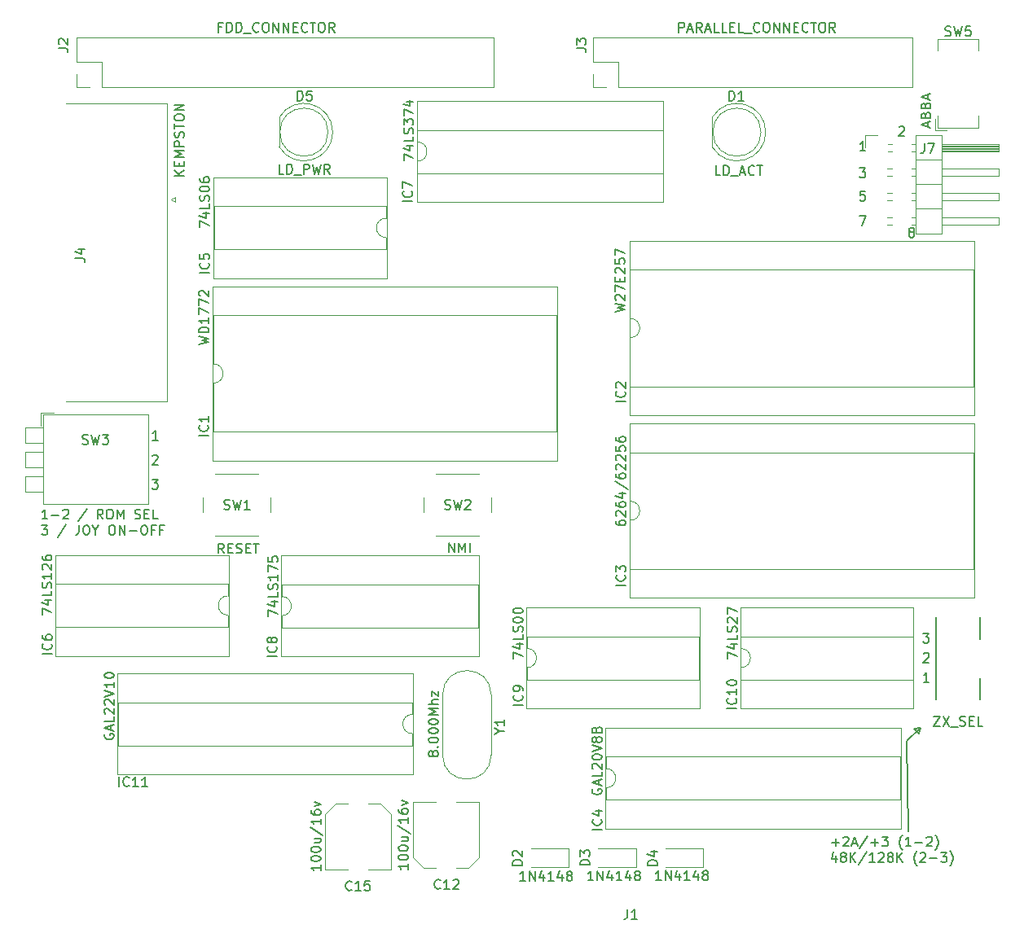
<source format=gto>
G04 #@! TF.GenerationSoftware,KiCad,Pcbnew,(5.1.6)-1*
G04 #@! TF.CreationDate,2020-12-09T17:27:06+02:00*
G04 #@! TF.ProjectId,PlusD_Clone_1_6,506c7573-445f-4436-9c6f-6e655f315f36,rev?*
G04 #@! TF.SameCoordinates,Original*
G04 #@! TF.FileFunction,Legend,Top*
G04 #@! TF.FilePolarity,Positive*
%FSLAX46Y46*%
G04 Gerber Fmt 4.6, Leading zero omitted, Abs format (unit mm)*
G04 Created by KiCad (PCBNEW (5.1.6)-1) date 2020-12-09 17:27:06*
%MOMM*%
%LPD*%
G01*
G04 APERTURE LIST*
%ADD10C,0.150000*%
%ADD11C,0.200000*%
%ADD12C,0.120000*%
G04 APERTURE END LIST*
D10*
X154336761Y-47378952D02*
X154241523Y-47331333D01*
X154193904Y-47283714D01*
X154146285Y-47188476D01*
X154146285Y-47140857D01*
X154193904Y-47045619D01*
X154241523Y-46998000D01*
X154336761Y-46950380D01*
X154527238Y-46950380D01*
X154622476Y-46998000D01*
X154670095Y-47045619D01*
X154717714Y-47140857D01*
X154717714Y-47188476D01*
X154670095Y-47283714D01*
X154622476Y-47331333D01*
X154527238Y-47378952D01*
X154336761Y-47378952D01*
X154241523Y-47426571D01*
X154193904Y-47474190D01*
X154146285Y-47569428D01*
X154146285Y-47759904D01*
X154193904Y-47855142D01*
X154241523Y-47902761D01*
X154336761Y-47950380D01*
X154527238Y-47950380D01*
X154622476Y-47902761D01*
X154670095Y-47855142D01*
X154717714Y-47759904D01*
X154717714Y-47569428D01*
X154670095Y-47474190D01*
X154622476Y-47426571D01*
X154527238Y-47378952D01*
X153130285Y-36504619D02*
X153177904Y-36457000D01*
X153273142Y-36409380D01*
X153511238Y-36409380D01*
X153606476Y-36457000D01*
X153654095Y-36504619D01*
X153701714Y-36599857D01*
X153701714Y-36695095D01*
X153654095Y-36837952D01*
X153082666Y-37409380D01*
X153701714Y-37409380D01*
X149018666Y-45680380D02*
X149685333Y-45680380D01*
X149256761Y-46680380D01*
X149590095Y-43140380D02*
X149113904Y-43140380D01*
X149066285Y-43616571D01*
X149113904Y-43568952D01*
X149209142Y-43521333D01*
X149447238Y-43521333D01*
X149542476Y-43568952D01*
X149590095Y-43616571D01*
X149637714Y-43711809D01*
X149637714Y-43949904D01*
X149590095Y-44045142D01*
X149542476Y-44092761D01*
X149447238Y-44140380D01*
X149209142Y-44140380D01*
X149113904Y-44092761D01*
X149066285Y-44045142D01*
X149018666Y-40727380D02*
X149637714Y-40727380D01*
X149304380Y-41108333D01*
X149447238Y-41108333D01*
X149542476Y-41155952D01*
X149590095Y-41203571D01*
X149637714Y-41298809D01*
X149637714Y-41536904D01*
X149590095Y-41632142D01*
X149542476Y-41679761D01*
X149447238Y-41727380D01*
X149161523Y-41727380D01*
X149066285Y-41679761D01*
X149018666Y-41632142D01*
X149637714Y-38933380D02*
X149066285Y-38933380D01*
X149352000Y-38933380D02*
X149352000Y-37933380D01*
X149256761Y-38076238D01*
X149161523Y-38171476D01*
X149066285Y-38219095D01*
X154686000Y-99060000D02*
X155321000Y-98933000D01*
X155194000Y-99568000D02*
X154686000Y-99060000D01*
X155321000Y-98933000D02*
X155194000Y-99568000D01*
X153924000Y-100330000D02*
X155321000Y-98933000D01*
X154051000Y-109728000D02*
X153924000Y-100330000D01*
X64613404Y-77224380D02*
X64041976Y-77224380D01*
X64327690Y-77224380D02*
X64327690Y-76224380D01*
X64232452Y-76367238D01*
X64137214Y-76462476D01*
X64041976Y-76510095D01*
X65041976Y-76843428D02*
X65803880Y-76843428D01*
X66232452Y-76319619D02*
X66280071Y-76272000D01*
X66375309Y-76224380D01*
X66613404Y-76224380D01*
X66708642Y-76272000D01*
X66756261Y-76319619D01*
X66803880Y-76414857D01*
X66803880Y-76510095D01*
X66756261Y-76652952D01*
X66184833Y-77224380D01*
X66803880Y-77224380D01*
X68708642Y-76176761D02*
X67851500Y-77462476D01*
X70375309Y-77224380D02*
X70041976Y-76748190D01*
X69803880Y-77224380D02*
X69803880Y-76224380D01*
X70184833Y-76224380D01*
X70280071Y-76272000D01*
X70327690Y-76319619D01*
X70375309Y-76414857D01*
X70375309Y-76557714D01*
X70327690Y-76652952D01*
X70280071Y-76700571D01*
X70184833Y-76748190D01*
X69803880Y-76748190D01*
X70994357Y-76224380D02*
X71184833Y-76224380D01*
X71280071Y-76272000D01*
X71375309Y-76367238D01*
X71422928Y-76557714D01*
X71422928Y-76891047D01*
X71375309Y-77081523D01*
X71280071Y-77176761D01*
X71184833Y-77224380D01*
X70994357Y-77224380D01*
X70899119Y-77176761D01*
X70803880Y-77081523D01*
X70756261Y-76891047D01*
X70756261Y-76557714D01*
X70803880Y-76367238D01*
X70899119Y-76272000D01*
X70994357Y-76224380D01*
X71851500Y-77224380D02*
X71851500Y-76224380D01*
X72184833Y-76938666D01*
X72518166Y-76224380D01*
X72518166Y-77224380D01*
X73708642Y-77176761D02*
X73851500Y-77224380D01*
X74089595Y-77224380D01*
X74184833Y-77176761D01*
X74232452Y-77129142D01*
X74280071Y-77033904D01*
X74280071Y-76938666D01*
X74232452Y-76843428D01*
X74184833Y-76795809D01*
X74089595Y-76748190D01*
X73899119Y-76700571D01*
X73803880Y-76652952D01*
X73756261Y-76605333D01*
X73708642Y-76510095D01*
X73708642Y-76414857D01*
X73756261Y-76319619D01*
X73803880Y-76272000D01*
X73899119Y-76224380D01*
X74137214Y-76224380D01*
X74280071Y-76272000D01*
X74708642Y-76700571D02*
X75041976Y-76700571D01*
X75184833Y-77224380D02*
X74708642Y-77224380D01*
X74708642Y-76224380D01*
X75184833Y-76224380D01*
X76089595Y-77224380D02*
X75613404Y-77224380D01*
X75613404Y-76224380D01*
X63994357Y-77874380D02*
X64613404Y-77874380D01*
X64280071Y-78255333D01*
X64422928Y-78255333D01*
X64518166Y-78302952D01*
X64565785Y-78350571D01*
X64613404Y-78445809D01*
X64613404Y-78683904D01*
X64565785Y-78779142D01*
X64518166Y-78826761D01*
X64422928Y-78874380D01*
X64137214Y-78874380D01*
X64041976Y-78826761D01*
X63994357Y-78779142D01*
X66518166Y-77826761D02*
X65661023Y-79112476D01*
X67899119Y-77874380D02*
X67899119Y-78588666D01*
X67851500Y-78731523D01*
X67756261Y-78826761D01*
X67613404Y-78874380D01*
X67518166Y-78874380D01*
X68565785Y-77874380D02*
X68756261Y-77874380D01*
X68851500Y-77922000D01*
X68946738Y-78017238D01*
X68994357Y-78207714D01*
X68994357Y-78541047D01*
X68946738Y-78731523D01*
X68851500Y-78826761D01*
X68756261Y-78874380D01*
X68565785Y-78874380D01*
X68470547Y-78826761D01*
X68375309Y-78731523D01*
X68327690Y-78541047D01*
X68327690Y-78207714D01*
X68375309Y-78017238D01*
X68470547Y-77922000D01*
X68565785Y-77874380D01*
X69613404Y-78398190D02*
X69613404Y-78874380D01*
X69280071Y-77874380D02*
X69613404Y-78398190D01*
X69946738Y-77874380D01*
X71232452Y-77874380D02*
X71422928Y-77874380D01*
X71518166Y-77922000D01*
X71613404Y-78017238D01*
X71661023Y-78207714D01*
X71661023Y-78541047D01*
X71613404Y-78731523D01*
X71518166Y-78826761D01*
X71422928Y-78874380D01*
X71232452Y-78874380D01*
X71137214Y-78826761D01*
X71041976Y-78731523D01*
X70994357Y-78541047D01*
X70994357Y-78207714D01*
X71041976Y-78017238D01*
X71137214Y-77922000D01*
X71232452Y-77874380D01*
X72089595Y-78874380D02*
X72089595Y-77874380D01*
X72661023Y-78874380D01*
X72661023Y-77874380D01*
X73137214Y-78493428D02*
X73899119Y-78493428D01*
X74565785Y-77874380D02*
X74756261Y-77874380D01*
X74851500Y-77922000D01*
X74946738Y-78017238D01*
X74994357Y-78207714D01*
X74994357Y-78541047D01*
X74946738Y-78731523D01*
X74851500Y-78826761D01*
X74756261Y-78874380D01*
X74565785Y-78874380D01*
X74470547Y-78826761D01*
X74375309Y-78731523D01*
X74327690Y-78541047D01*
X74327690Y-78207714D01*
X74375309Y-78017238D01*
X74470547Y-77922000D01*
X74565785Y-77874380D01*
X75756261Y-78350571D02*
X75422928Y-78350571D01*
X75422928Y-78874380D02*
X75422928Y-77874380D01*
X75899119Y-77874380D01*
X76613404Y-78350571D02*
X76280071Y-78350571D01*
X76280071Y-78874380D02*
X76280071Y-77874380D01*
X76756261Y-77874380D01*
X75485666Y-73112380D02*
X76104714Y-73112380D01*
X75771380Y-73493333D01*
X75914238Y-73493333D01*
X76009476Y-73540952D01*
X76057095Y-73588571D01*
X76104714Y-73683809D01*
X76104714Y-73921904D01*
X76057095Y-74017142D01*
X76009476Y-74064761D01*
X75914238Y-74112380D01*
X75628523Y-74112380D01*
X75533285Y-74064761D01*
X75485666Y-74017142D01*
X75533285Y-70667619D02*
X75580904Y-70620000D01*
X75676142Y-70572380D01*
X75914238Y-70572380D01*
X76009476Y-70620000D01*
X76057095Y-70667619D01*
X76104714Y-70762857D01*
X76104714Y-70858095D01*
X76057095Y-71000952D01*
X75485666Y-71572380D01*
X76104714Y-71572380D01*
X76104714Y-69032380D02*
X75533285Y-69032380D01*
X75819000Y-69032380D02*
X75819000Y-68032380D01*
X75723761Y-68175238D01*
X75628523Y-68270476D01*
X75533285Y-68318095D01*
X146131595Y-110879428D02*
X146893500Y-110879428D01*
X146512547Y-111260380D02*
X146512547Y-110498476D01*
X147322071Y-110355619D02*
X147369690Y-110308000D01*
X147464928Y-110260380D01*
X147703023Y-110260380D01*
X147798261Y-110308000D01*
X147845880Y-110355619D01*
X147893500Y-110450857D01*
X147893500Y-110546095D01*
X147845880Y-110688952D01*
X147274452Y-111260380D01*
X147893500Y-111260380D01*
X148274452Y-110974666D02*
X148750642Y-110974666D01*
X148179214Y-111260380D02*
X148512547Y-110260380D01*
X148845880Y-111260380D01*
X149893500Y-110212761D02*
X149036357Y-111498476D01*
X150226833Y-110879428D02*
X150988738Y-110879428D01*
X150607785Y-111260380D02*
X150607785Y-110498476D01*
X151369690Y-110260380D02*
X151988738Y-110260380D01*
X151655404Y-110641333D01*
X151798261Y-110641333D01*
X151893500Y-110688952D01*
X151941119Y-110736571D01*
X151988738Y-110831809D01*
X151988738Y-111069904D01*
X151941119Y-111165142D01*
X151893500Y-111212761D01*
X151798261Y-111260380D01*
X151512547Y-111260380D01*
X151417309Y-111212761D01*
X151369690Y-111165142D01*
X153464928Y-111641333D02*
X153417309Y-111593714D01*
X153322071Y-111450857D01*
X153274452Y-111355619D01*
X153226833Y-111212761D01*
X153179214Y-110974666D01*
X153179214Y-110784190D01*
X153226833Y-110546095D01*
X153274452Y-110403238D01*
X153322071Y-110308000D01*
X153417309Y-110165142D01*
X153464928Y-110117523D01*
X154369690Y-111260380D02*
X153798261Y-111260380D01*
X154083976Y-111260380D02*
X154083976Y-110260380D01*
X153988738Y-110403238D01*
X153893500Y-110498476D01*
X153798261Y-110546095D01*
X154798261Y-110879428D02*
X155560166Y-110879428D01*
X155988738Y-110355619D02*
X156036357Y-110308000D01*
X156131595Y-110260380D01*
X156369690Y-110260380D01*
X156464928Y-110308000D01*
X156512547Y-110355619D01*
X156560166Y-110450857D01*
X156560166Y-110546095D01*
X156512547Y-110688952D01*
X155941119Y-111260380D01*
X156560166Y-111260380D01*
X156893500Y-111641333D02*
X156941119Y-111593714D01*
X157036357Y-111450857D01*
X157083976Y-111355619D01*
X157131595Y-111212761D01*
X157179214Y-110974666D01*
X157179214Y-110784190D01*
X157131595Y-110546095D01*
X157083976Y-110403238D01*
X157036357Y-110308000D01*
X156941119Y-110165142D01*
X156893500Y-110117523D01*
X146560166Y-112243714D02*
X146560166Y-112910380D01*
X146322071Y-111862761D02*
X146083976Y-112577047D01*
X146703023Y-112577047D01*
X147226833Y-112338952D02*
X147131595Y-112291333D01*
X147083976Y-112243714D01*
X147036357Y-112148476D01*
X147036357Y-112100857D01*
X147083976Y-112005619D01*
X147131595Y-111958000D01*
X147226833Y-111910380D01*
X147417309Y-111910380D01*
X147512547Y-111958000D01*
X147560166Y-112005619D01*
X147607785Y-112100857D01*
X147607785Y-112148476D01*
X147560166Y-112243714D01*
X147512547Y-112291333D01*
X147417309Y-112338952D01*
X147226833Y-112338952D01*
X147131595Y-112386571D01*
X147083976Y-112434190D01*
X147036357Y-112529428D01*
X147036357Y-112719904D01*
X147083976Y-112815142D01*
X147131595Y-112862761D01*
X147226833Y-112910380D01*
X147417309Y-112910380D01*
X147512547Y-112862761D01*
X147560166Y-112815142D01*
X147607785Y-112719904D01*
X147607785Y-112529428D01*
X147560166Y-112434190D01*
X147512547Y-112386571D01*
X147417309Y-112338952D01*
X148036357Y-112910380D02*
X148036357Y-111910380D01*
X148607785Y-112910380D02*
X148179214Y-112338952D01*
X148607785Y-111910380D02*
X148036357Y-112481809D01*
X149750642Y-111862761D02*
X148893500Y-113148476D01*
X150607785Y-112910380D02*
X150036357Y-112910380D01*
X150322071Y-112910380D02*
X150322071Y-111910380D01*
X150226833Y-112053238D01*
X150131595Y-112148476D01*
X150036357Y-112196095D01*
X150988738Y-112005619D02*
X151036357Y-111958000D01*
X151131595Y-111910380D01*
X151369690Y-111910380D01*
X151464928Y-111958000D01*
X151512547Y-112005619D01*
X151560166Y-112100857D01*
X151560166Y-112196095D01*
X151512547Y-112338952D01*
X150941119Y-112910380D01*
X151560166Y-112910380D01*
X152131595Y-112338952D02*
X152036357Y-112291333D01*
X151988738Y-112243714D01*
X151941119Y-112148476D01*
X151941119Y-112100857D01*
X151988738Y-112005619D01*
X152036357Y-111958000D01*
X152131595Y-111910380D01*
X152322071Y-111910380D01*
X152417309Y-111958000D01*
X152464928Y-112005619D01*
X152512547Y-112100857D01*
X152512547Y-112148476D01*
X152464928Y-112243714D01*
X152417309Y-112291333D01*
X152322071Y-112338952D01*
X152131595Y-112338952D01*
X152036357Y-112386571D01*
X151988738Y-112434190D01*
X151941119Y-112529428D01*
X151941119Y-112719904D01*
X151988738Y-112815142D01*
X152036357Y-112862761D01*
X152131595Y-112910380D01*
X152322071Y-112910380D01*
X152417309Y-112862761D01*
X152464928Y-112815142D01*
X152512547Y-112719904D01*
X152512547Y-112529428D01*
X152464928Y-112434190D01*
X152417309Y-112386571D01*
X152322071Y-112338952D01*
X152941119Y-112910380D02*
X152941119Y-111910380D01*
X153512547Y-112910380D02*
X153083976Y-112338952D01*
X153512547Y-111910380D02*
X152941119Y-112481809D01*
X154988738Y-113291333D02*
X154941119Y-113243714D01*
X154845880Y-113100857D01*
X154798261Y-113005619D01*
X154750642Y-112862761D01*
X154703023Y-112624666D01*
X154703023Y-112434190D01*
X154750642Y-112196095D01*
X154798261Y-112053238D01*
X154845880Y-111958000D01*
X154941119Y-111815142D01*
X154988738Y-111767523D01*
X155322071Y-112005619D02*
X155369690Y-111958000D01*
X155464928Y-111910380D01*
X155703023Y-111910380D01*
X155798261Y-111958000D01*
X155845880Y-112005619D01*
X155893500Y-112100857D01*
X155893500Y-112196095D01*
X155845880Y-112338952D01*
X155274452Y-112910380D01*
X155893500Y-112910380D01*
X156322071Y-112529428D02*
X157083976Y-112529428D01*
X157464928Y-111910380D02*
X158083976Y-111910380D01*
X157750642Y-112291333D01*
X157893500Y-112291333D01*
X157988738Y-112338952D01*
X158036357Y-112386571D01*
X158083976Y-112481809D01*
X158083976Y-112719904D01*
X158036357Y-112815142D01*
X157988738Y-112862761D01*
X157893500Y-112910380D01*
X157607785Y-112910380D01*
X157512547Y-112862761D01*
X157464928Y-112815142D01*
X158417309Y-113291333D02*
X158464928Y-113243714D01*
X158560166Y-113100857D01*
X158607785Y-113005619D01*
X158655404Y-112862761D01*
X158703023Y-112624666D01*
X158703023Y-112434190D01*
X158655404Y-112196095D01*
X158607785Y-112053238D01*
X158560166Y-111958000D01*
X158464928Y-111815142D01*
X158417309Y-111767523D01*
D11*
X155622666Y-89114380D02*
X156241714Y-89114380D01*
X155908380Y-89495333D01*
X156051238Y-89495333D01*
X156146476Y-89542952D01*
X156194095Y-89590571D01*
X156241714Y-89685809D01*
X156241714Y-89923904D01*
X156194095Y-90019142D01*
X156146476Y-90066761D01*
X156051238Y-90114380D01*
X155765523Y-90114380D01*
X155670285Y-90066761D01*
X155622666Y-90019142D01*
X155670285Y-91241619D02*
X155717904Y-91194000D01*
X155813142Y-91146380D01*
X156051238Y-91146380D01*
X156146476Y-91194000D01*
X156194095Y-91241619D01*
X156241714Y-91336857D01*
X156241714Y-91432095D01*
X156194095Y-91574952D01*
X155622666Y-92146380D01*
X156241714Y-92146380D01*
X156241714Y-94178380D02*
X155670285Y-94178380D01*
X155956000Y-94178380D02*
X155956000Y-93178380D01*
X155860761Y-93321238D01*
X155765523Y-93416476D01*
X155670285Y-93464095D01*
D12*
X132764000Y-113459000D02*
X132764000Y-111459000D01*
X132764000Y-111459000D02*
X128864000Y-111459000D01*
X132764000Y-113459000D02*
X128864000Y-113459000D01*
X125764000Y-113459000D02*
X125764000Y-111459000D01*
X125764000Y-111459000D02*
X121864000Y-111459000D01*
X125764000Y-113459000D02*
X121864000Y-113459000D01*
X118764000Y-113459000D02*
X118764000Y-111459000D01*
X118764000Y-111459000D02*
X114864000Y-111459000D01*
X118764000Y-113459000D02*
X114864000Y-113459000D01*
X149606000Y-37338000D02*
X150876000Y-37338000D01*
X149606000Y-38608000D02*
X149606000Y-37338000D01*
X151918929Y-46608000D02*
X152373071Y-46608000D01*
X151918929Y-45848000D02*
X152373071Y-45848000D01*
X154458929Y-46608000D02*
X154856000Y-46608000D01*
X154458929Y-45848000D02*
X154856000Y-45848000D01*
X163516000Y-46608000D02*
X157516000Y-46608000D01*
X163516000Y-45848000D02*
X163516000Y-46608000D01*
X157516000Y-45848000D02*
X163516000Y-45848000D01*
X154856000Y-44958000D02*
X157516000Y-44958000D01*
X151918929Y-44068000D02*
X152373071Y-44068000D01*
X151918929Y-43308000D02*
X152373071Y-43308000D01*
X154458929Y-44068000D02*
X154856000Y-44068000D01*
X154458929Y-43308000D02*
X154856000Y-43308000D01*
X163516000Y-44068000D02*
X157516000Y-44068000D01*
X163516000Y-43308000D02*
X163516000Y-44068000D01*
X157516000Y-43308000D02*
X163516000Y-43308000D01*
X154856000Y-42418000D02*
X157516000Y-42418000D01*
X151918929Y-41528000D02*
X152373071Y-41528000D01*
X151918929Y-40768000D02*
X152373071Y-40768000D01*
X154458929Y-41528000D02*
X154856000Y-41528000D01*
X154458929Y-40768000D02*
X154856000Y-40768000D01*
X163516000Y-41528000D02*
X157516000Y-41528000D01*
X163516000Y-40768000D02*
X163516000Y-41528000D01*
X157516000Y-40768000D02*
X163516000Y-40768000D01*
X154856000Y-39878000D02*
X157516000Y-39878000D01*
X151986000Y-38988000D02*
X152373071Y-38988000D01*
X151986000Y-38228000D02*
X152373071Y-38228000D01*
X154458929Y-38988000D02*
X154856000Y-38988000D01*
X154458929Y-38228000D02*
X154856000Y-38228000D01*
X157516000Y-38888000D02*
X163516000Y-38888000D01*
X157516000Y-38768000D02*
X163516000Y-38768000D01*
X157516000Y-38648000D02*
X163516000Y-38648000D01*
X157516000Y-38528000D02*
X163516000Y-38528000D01*
X157516000Y-38408000D02*
X163516000Y-38408000D01*
X157516000Y-38288000D02*
X163516000Y-38288000D01*
X163516000Y-38988000D02*
X157516000Y-38988000D01*
X163516000Y-38228000D02*
X163516000Y-38988000D01*
X157516000Y-38228000D02*
X163516000Y-38228000D01*
X157516000Y-37278000D02*
X154856000Y-37278000D01*
X157516000Y-47558000D02*
X157516000Y-37278000D01*
X154856000Y-47558000D02*
X157516000Y-47558000D01*
X154856000Y-37278000D02*
X154856000Y-47558000D01*
X109455000Y-106699000D02*
X107105000Y-106699000D01*
X102635000Y-106699000D02*
X104985000Y-106699000D01*
X102635000Y-112454563D02*
X102635000Y-106699000D01*
X109455000Y-112454563D02*
X109455000Y-106699000D01*
X108390563Y-113519000D02*
X107105000Y-113519000D01*
X103699437Y-113519000D02*
X104985000Y-113519000D01*
X103699437Y-113519000D02*
X102635000Y-112454563D01*
X108390563Y-113519000D02*
X109455000Y-112454563D01*
X93491000Y-113646000D02*
X95841000Y-113646000D01*
X100311000Y-113646000D02*
X97961000Y-113646000D01*
X100311000Y-107890437D02*
X100311000Y-113646000D01*
X93491000Y-107890437D02*
X93491000Y-113646000D01*
X94555437Y-106826000D02*
X95841000Y-106826000D01*
X99246563Y-106826000D02*
X97961000Y-106826000D01*
X99246563Y-106826000D02*
X100311000Y-107890437D01*
X94555437Y-106826000D02*
X93491000Y-107890437D01*
X157157000Y-35317000D02*
X157157000Y-36517000D01*
X157157000Y-36517000D02*
X161357000Y-36517000D01*
X161357000Y-36517000D02*
X161357000Y-35317000D01*
X157157000Y-28517000D02*
X157157000Y-27317000D01*
X157157000Y-27317000D02*
X161357000Y-27317000D01*
X161357000Y-27317000D02*
X161357000Y-28517000D01*
X156857000Y-35617000D02*
X156857000Y-36817000D01*
X156857000Y-36817000D02*
X158057000Y-36817000D01*
X125110000Y-48320000D02*
X125110000Y-66440000D01*
X160910000Y-48320000D02*
X125110000Y-48320000D01*
X160910000Y-66440000D02*
X160910000Y-48320000D01*
X125110000Y-66440000D02*
X160910000Y-66440000D01*
X125170000Y-51320000D02*
X125170000Y-56380000D01*
X160850000Y-51320000D02*
X125170000Y-51320000D01*
X160850000Y-63440000D02*
X160850000Y-51320000D01*
X125170000Y-63440000D02*
X160850000Y-63440000D01*
X125170000Y-58380000D02*
X125170000Y-63440000D01*
X125170000Y-56380000D02*
G75*
G02*
X125170000Y-58380000I0J-1000000D01*
G01*
D10*
X156958000Y-96026000D02*
X156958000Y-87426000D01*
X161558000Y-96026000D02*
X161558000Y-93826000D01*
X161558000Y-89726000D02*
X161558000Y-87426000D01*
D12*
X77471325Y-44000000D02*
X77904338Y-43750000D01*
X77904338Y-44250000D02*
X77471325Y-44000000D01*
X77904338Y-43750000D02*
X77904338Y-44250000D01*
X77010000Y-65025000D02*
X66530000Y-65025000D01*
X77010000Y-34055000D02*
X77010000Y-65025000D01*
X66530000Y-34055000D02*
X77010000Y-34055000D01*
X64136000Y-72770000D02*
X64136000Y-74390000D01*
X62276000Y-72770000D02*
X62276000Y-74390000D01*
X62276000Y-74390000D02*
X64136000Y-74390000D01*
X62276000Y-72770000D02*
X64136000Y-72770000D01*
X64136000Y-70230000D02*
X64136000Y-71850000D01*
X62276000Y-70230000D02*
X62276000Y-71850000D01*
X62276000Y-71850000D02*
X64136000Y-71850000D01*
X62276000Y-70230000D02*
X64136000Y-70230000D01*
X64136000Y-67690000D02*
X64136000Y-69310000D01*
X62276000Y-67690000D02*
X62276000Y-69310000D01*
X62276000Y-69310000D02*
X64136000Y-69310000D01*
X62276000Y-67690000D02*
X64136000Y-67690000D01*
X63896000Y-66150000D02*
X63896000Y-67533000D01*
X63896000Y-66150000D02*
X65279000Y-66150000D01*
X75056000Y-66390000D02*
X75056000Y-75690000D01*
X64136000Y-66390000D02*
X64136000Y-75690000D01*
X64136000Y-75690000D02*
X75056000Y-75690000D01*
X64136000Y-66390000D02*
X75056000Y-66390000D01*
X114372000Y-86440000D02*
X114372000Y-96940000D01*
X132392000Y-86440000D02*
X114372000Y-86440000D01*
X132392000Y-96940000D02*
X132392000Y-86440000D01*
X114372000Y-96940000D02*
X132392000Y-96940000D01*
X114432000Y-89440000D02*
X114432000Y-90690000D01*
X132332000Y-89440000D02*
X114432000Y-89440000D01*
X132332000Y-93940000D02*
X132332000Y-89440000D01*
X114432000Y-93940000D02*
X132332000Y-93940000D01*
X114432000Y-92690000D02*
X114432000Y-93940000D01*
X114432000Y-90690000D02*
G75*
G02*
X114432000Y-92690000I0J-1000000D01*
G01*
X102609000Y-103802000D02*
X102609000Y-93302000D01*
X71889000Y-103802000D02*
X102609000Y-103802000D01*
X71889000Y-93302000D02*
X71889000Y-103802000D01*
X102609000Y-93302000D02*
X71889000Y-93302000D01*
X102549000Y-100802000D02*
X102549000Y-99552000D01*
X71949000Y-100802000D02*
X102549000Y-100802000D01*
X71949000Y-96302000D02*
X71949000Y-100802000D01*
X102549000Y-96302000D02*
X71949000Y-96302000D01*
X102549000Y-97552000D02*
X102549000Y-96302000D01*
X102549000Y-99552000D02*
G75*
G02*
X102549000Y-97552000I0J1000000D01*
G01*
X99867000Y-52212000D02*
X99867000Y-41712000D01*
X81847000Y-52212000D02*
X99867000Y-52212000D01*
X81847000Y-41712000D02*
X81847000Y-52212000D01*
X99867000Y-41712000D02*
X81847000Y-41712000D01*
X99807000Y-49212000D02*
X99807000Y-47962000D01*
X81907000Y-49212000D02*
X99807000Y-49212000D01*
X81907000Y-44712000D02*
X81907000Y-49212000D01*
X99807000Y-44712000D02*
X81907000Y-44712000D01*
X99807000Y-45962000D02*
X99807000Y-44712000D01*
X99807000Y-47962000D02*
G75*
G02*
X99807000Y-45962000I0J1000000D01*
G01*
X83432000Y-91483000D02*
X83432000Y-80983000D01*
X65412000Y-91483000D02*
X83432000Y-91483000D01*
X65412000Y-80983000D02*
X65412000Y-91483000D01*
X83432000Y-80983000D02*
X65412000Y-80983000D01*
X83372000Y-88483000D02*
X83372000Y-87233000D01*
X65472000Y-88483000D02*
X83372000Y-88483000D01*
X65472000Y-83983000D02*
X65472000Y-88483000D01*
X83372000Y-83983000D02*
X65472000Y-83983000D01*
X83372000Y-85233000D02*
X83372000Y-83983000D01*
X83372000Y-87233000D02*
G75*
G02*
X83372000Y-85233000I0J1000000D01*
G01*
X136610000Y-86440000D02*
X136610000Y-96940000D01*
X154630000Y-86440000D02*
X136610000Y-86440000D01*
X154630000Y-96940000D02*
X154630000Y-86440000D01*
X136610000Y-96940000D02*
X154630000Y-96940000D01*
X136670000Y-89440000D02*
X136670000Y-90690000D01*
X154570000Y-89440000D02*
X136670000Y-89440000D01*
X154570000Y-93940000D02*
X154570000Y-89440000D01*
X136670000Y-93940000D02*
X154570000Y-93940000D01*
X136670000Y-92690000D02*
X136670000Y-93940000D01*
X136670000Y-90690000D02*
G75*
G02*
X136670000Y-92690000I0J-1000000D01*
G01*
X110750000Y-76500000D02*
X110750000Y-75000000D01*
X109500000Y-72500000D02*
X105000000Y-72500000D01*
X103750000Y-75000000D02*
X103750000Y-76500000D01*
X105000000Y-79000000D02*
X109500000Y-79000000D01*
X87750000Y-76500000D02*
X87750000Y-75000000D01*
X86500000Y-72500000D02*
X82000000Y-72500000D01*
X80750000Y-75000000D02*
X80750000Y-76500000D01*
X82000000Y-79000000D02*
X86500000Y-79000000D01*
X102990000Y-33773000D02*
X102990000Y-44273000D01*
X128630000Y-33773000D02*
X102990000Y-33773000D01*
X128630000Y-44273000D02*
X128630000Y-33773000D01*
X102990000Y-44273000D02*
X128630000Y-44273000D01*
X103050000Y-36773000D02*
X103050000Y-38023000D01*
X128570000Y-36773000D02*
X103050000Y-36773000D01*
X128570000Y-41273000D02*
X128570000Y-36773000D01*
X103050000Y-41273000D02*
X128570000Y-41273000D01*
X103050000Y-40023000D02*
X103050000Y-41273000D01*
X103050000Y-38023000D02*
G75*
G02*
X103050000Y-40023000I0J-1000000D01*
G01*
X88894000Y-81036000D02*
X88894000Y-91536000D01*
X109454000Y-81036000D02*
X88894000Y-81036000D01*
X109454000Y-91536000D02*
X109454000Y-81036000D01*
X88894000Y-91536000D02*
X109454000Y-91536000D01*
X88954000Y-84036000D02*
X88954000Y-85286000D01*
X109394000Y-84036000D02*
X88954000Y-84036000D01*
X109394000Y-88536000D02*
X109394000Y-84036000D01*
X88954000Y-88536000D02*
X109394000Y-88536000D01*
X88954000Y-87286000D02*
X88954000Y-88536000D01*
X88954000Y-85286000D02*
G75*
G02*
X88954000Y-87286000I0J-1000000D01*
G01*
X122610000Y-98940000D02*
X122610000Y-109440000D01*
X153330000Y-98940000D02*
X122610000Y-98940000D01*
X153330000Y-109440000D02*
X153330000Y-98940000D01*
X122610000Y-109440000D02*
X153330000Y-109440000D01*
X122670000Y-101940000D02*
X122670000Y-103190000D01*
X153270000Y-101940000D02*
X122670000Y-101940000D01*
X153270000Y-106440000D02*
X153270000Y-101940000D01*
X122670000Y-106440000D02*
X153270000Y-106440000D01*
X122670000Y-105190000D02*
X122670000Y-106440000D01*
X122670000Y-103190000D02*
G75*
G02*
X122670000Y-105190000I0J-1000000D01*
G01*
X125110000Y-67320000D02*
X125110000Y-85440000D01*
X160910000Y-67320000D02*
X125110000Y-67320000D01*
X160910000Y-85440000D02*
X160910000Y-67320000D01*
X125110000Y-85440000D02*
X160910000Y-85440000D01*
X125170000Y-70320000D02*
X125170000Y-75380000D01*
X160850000Y-70320000D02*
X125170000Y-70320000D01*
X160850000Y-82440000D02*
X160850000Y-70320000D01*
X125170000Y-82440000D02*
X160850000Y-82440000D01*
X125170000Y-77380000D02*
X125170000Y-82440000D01*
X125170000Y-75380000D02*
G75*
G02*
X125170000Y-77380000I0J-1000000D01*
G01*
X81795000Y-53043000D02*
X81795000Y-71163000D01*
X117595000Y-53043000D02*
X81795000Y-53043000D01*
X117595000Y-71163000D02*
X117595000Y-53043000D01*
X81795000Y-71163000D02*
X117595000Y-71163000D01*
X81855000Y-56043000D02*
X81855000Y-61103000D01*
X117535000Y-56043000D02*
X81855000Y-56043000D01*
X117535000Y-68163000D02*
X117535000Y-56043000D01*
X81855000Y-68163000D02*
X117535000Y-68163000D01*
X81855000Y-63103000D02*
X81855000Y-68163000D01*
X81855000Y-61103000D02*
G75*
G02*
X81855000Y-63103000I0J-1000000D01*
G01*
X121352000Y-32330000D02*
X121352000Y-31000000D01*
X122682000Y-32330000D02*
X121352000Y-32330000D01*
X121352000Y-29730000D02*
X121352000Y-27130000D01*
X123952000Y-29730000D02*
X121352000Y-29730000D01*
X123952000Y-32330000D02*
X123952000Y-29730000D01*
X121352000Y-27130000D02*
X154492000Y-27130000D01*
X123952000Y-32330000D02*
X154492000Y-32330000D01*
X154492000Y-32330000D02*
X154492000Y-27130000D01*
X110970000Y-32330000D02*
X110970000Y-27130000D01*
X70270000Y-32330000D02*
X110970000Y-32330000D01*
X67670000Y-27130000D02*
X110970000Y-27130000D01*
X70270000Y-32330000D02*
X70270000Y-29730000D01*
X70270000Y-29730000D02*
X67670000Y-29730000D01*
X67670000Y-29730000D02*
X67670000Y-27130000D01*
X69000000Y-32330000D02*
X67670000Y-32330000D01*
X67670000Y-32330000D02*
X67670000Y-31000000D01*
X133710000Y-35455000D02*
X133710000Y-38545000D01*
X138770000Y-37000000D02*
G75*
G03*
X138770000Y-37000000I-2500000J0D01*
G01*
X139260000Y-36999538D02*
G75*
G02*
X133710000Y-38544830I-2990000J-462D01*
G01*
X139260000Y-37000462D02*
G75*
G03*
X133710000Y-35455170I-2990000J462D01*
G01*
X88710000Y-35455000D02*
X88710000Y-38545000D01*
X93770000Y-37000000D02*
G75*
G03*
X93770000Y-37000000I-2500000J0D01*
G01*
X94260000Y-36999538D02*
G75*
G02*
X88710000Y-38544830I-2990000J-462D01*
G01*
X94260000Y-37000462D02*
G75*
G03*
X88710000Y-35455170I-2990000J462D01*
G01*
X105679000Y-101767000D02*
X105679000Y-95517000D01*
X110729000Y-101767000D02*
X110729000Y-95517000D01*
X110729000Y-101767000D02*
G75*
G02*
X105679000Y-101767000I-2525000J0D01*
G01*
X110729000Y-95517000D02*
G75*
G03*
X105679000Y-95517000I-2525000J0D01*
G01*
D10*
X127986180Y-113260495D02*
X126986180Y-113260495D01*
X126986180Y-113022400D01*
X127033800Y-112879542D01*
X127129038Y-112784304D01*
X127224276Y-112736685D01*
X127414752Y-112689066D01*
X127557609Y-112689066D01*
X127748085Y-112736685D01*
X127843323Y-112784304D01*
X127938561Y-112879542D01*
X127986180Y-113022400D01*
X127986180Y-113260495D01*
X127319514Y-111831923D02*
X127986180Y-111831923D01*
X126938561Y-112070019D02*
X127652847Y-112308114D01*
X127652847Y-111689066D01*
X128413542Y-114803580D02*
X127842114Y-114803580D01*
X128127828Y-114803580D02*
X128127828Y-113803580D01*
X128032590Y-113946438D01*
X127937352Y-114041676D01*
X127842114Y-114089295D01*
X128842114Y-114803580D02*
X128842114Y-113803580D01*
X129413542Y-114803580D01*
X129413542Y-113803580D01*
X130318304Y-114136914D02*
X130318304Y-114803580D01*
X130080209Y-113755961D02*
X129842114Y-114470247D01*
X130461161Y-114470247D01*
X131365923Y-114803580D02*
X130794495Y-114803580D01*
X131080209Y-114803580D02*
X131080209Y-113803580D01*
X130984971Y-113946438D01*
X130889733Y-114041676D01*
X130794495Y-114089295D01*
X132223066Y-114136914D02*
X132223066Y-114803580D01*
X131984971Y-113755961D02*
X131746876Y-114470247D01*
X132365923Y-114470247D01*
X132889733Y-114232152D02*
X132794495Y-114184533D01*
X132746876Y-114136914D01*
X132699257Y-114041676D01*
X132699257Y-113994057D01*
X132746876Y-113898819D01*
X132794495Y-113851200D01*
X132889733Y-113803580D01*
X133080209Y-113803580D01*
X133175447Y-113851200D01*
X133223066Y-113898819D01*
X133270685Y-113994057D01*
X133270685Y-114041676D01*
X133223066Y-114136914D01*
X133175447Y-114184533D01*
X133080209Y-114232152D01*
X132889733Y-114232152D01*
X132794495Y-114279771D01*
X132746876Y-114327390D01*
X132699257Y-114422628D01*
X132699257Y-114613104D01*
X132746876Y-114708342D01*
X132794495Y-114755961D01*
X132889733Y-114803580D01*
X133080209Y-114803580D01*
X133175447Y-114755961D01*
X133223066Y-114708342D01*
X133270685Y-114613104D01*
X133270685Y-114422628D01*
X133223066Y-114327390D01*
X133175447Y-114279771D01*
X133080209Y-114232152D01*
X120975780Y-113209695D02*
X119975780Y-113209695D01*
X119975780Y-112971600D01*
X120023400Y-112828742D01*
X120118638Y-112733504D01*
X120213876Y-112685885D01*
X120404352Y-112638266D01*
X120547209Y-112638266D01*
X120737685Y-112685885D01*
X120832923Y-112733504D01*
X120928161Y-112828742D01*
X120975780Y-112971600D01*
X120975780Y-113209695D01*
X119975780Y-112304933D02*
X119975780Y-111685885D01*
X120356733Y-112019219D01*
X120356733Y-111876361D01*
X120404352Y-111781123D01*
X120451971Y-111733504D01*
X120547209Y-111685885D01*
X120785304Y-111685885D01*
X120880542Y-111733504D01*
X120928161Y-111781123D01*
X120975780Y-111876361D01*
X120975780Y-112162076D01*
X120928161Y-112257314D01*
X120880542Y-112304933D01*
X121352342Y-114828980D02*
X120780914Y-114828980D01*
X121066628Y-114828980D02*
X121066628Y-113828980D01*
X120971390Y-113971838D01*
X120876152Y-114067076D01*
X120780914Y-114114695D01*
X121780914Y-114828980D02*
X121780914Y-113828980D01*
X122352342Y-114828980D01*
X122352342Y-113828980D01*
X123257104Y-114162314D02*
X123257104Y-114828980D01*
X123019009Y-113781361D02*
X122780914Y-114495647D01*
X123399961Y-114495647D01*
X124304723Y-114828980D02*
X123733295Y-114828980D01*
X124019009Y-114828980D02*
X124019009Y-113828980D01*
X123923771Y-113971838D01*
X123828533Y-114067076D01*
X123733295Y-114114695D01*
X125161866Y-114162314D02*
X125161866Y-114828980D01*
X124923771Y-113781361D02*
X124685676Y-114495647D01*
X125304723Y-114495647D01*
X125828533Y-114257552D02*
X125733295Y-114209933D01*
X125685676Y-114162314D01*
X125638057Y-114067076D01*
X125638057Y-114019457D01*
X125685676Y-113924219D01*
X125733295Y-113876600D01*
X125828533Y-113828980D01*
X126019009Y-113828980D01*
X126114247Y-113876600D01*
X126161866Y-113924219D01*
X126209485Y-114019457D01*
X126209485Y-114067076D01*
X126161866Y-114162314D01*
X126114247Y-114209933D01*
X126019009Y-114257552D01*
X125828533Y-114257552D01*
X125733295Y-114305171D01*
X125685676Y-114352790D01*
X125638057Y-114448028D01*
X125638057Y-114638504D01*
X125685676Y-114733742D01*
X125733295Y-114781361D01*
X125828533Y-114828980D01*
X126019009Y-114828980D01*
X126114247Y-114781361D01*
X126161866Y-114733742D01*
X126209485Y-114638504D01*
X126209485Y-114448028D01*
X126161866Y-114352790D01*
X126114247Y-114305171D01*
X126019009Y-114257552D01*
X113965380Y-113235095D02*
X112965380Y-113235095D01*
X112965380Y-112997000D01*
X113013000Y-112854142D01*
X113108238Y-112758904D01*
X113203476Y-112711285D01*
X113393952Y-112663666D01*
X113536809Y-112663666D01*
X113727285Y-112711285D01*
X113822523Y-112758904D01*
X113917761Y-112854142D01*
X113965380Y-112997000D01*
X113965380Y-113235095D01*
X113060619Y-112282714D02*
X113013000Y-112235095D01*
X112965380Y-112139857D01*
X112965380Y-111901761D01*
X113013000Y-111806523D01*
X113060619Y-111758904D01*
X113155857Y-111711285D01*
X113251095Y-111711285D01*
X113393952Y-111758904D01*
X113965380Y-112330333D01*
X113965380Y-111711285D01*
X114291142Y-114854380D02*
X113719714Y-114854380D01*
X114005428Y-114854380D02*
X114005428Y-113854380D01*
X113910190Y-113997238D01*
X113814952Y-114092476D01*
X113719714Y-114140095D01*
X114719714Y-114854380D02*
X114719714Y-113854380D01*
X115291142Y-114854380D01*
X115291142Y-113854380D01*
X116195904Y-114187714D02*
X116195904Y-114854380D01*
X115957809Y-113806761D02*
X115719714Y-114521047D01*
X116338761Y-114521047D01*
X117243523Y-114854380D02*
X116672095Y-114854380D01*
X116957809Y-114854380D02*
X116957809Y-113854380D01*
X116862571Y-113997238D01*
X116767333Y-114092476D01*
X116672095Y-114140095D01*
X118100666Y-114187714D02*
X118100666Y-114854380D01*
X117862571Y-113806761D02*
X117624476Y-114521047D01*
X118243523Y-114521047D01*
X118767333Y-114282952D02*
X118672095Y-114235333D01*
X118624476Y-114187714D01*
X118576857Y-114092476D01*
X118576857Y-114044857D01*
X118624476Y-113949619D01*
X118672095Y-113902000D01*
X118767333Y-113854380D01*
X118957809Y-113854380D01*
X119053047Y-113902000D01*
X119100666Y-113949619D01*
X119148285Y-114044857D01*
X119148285Y-114092476D01*
X119100666Y-114187714D01*
X119053047Y-114235333D01*
X118957809Y-114282952D01*
X118767333Y-114282952D01*
X118672095Y-114330571D01*
X118624476Y-114378190D01*
X118576857Y-114473428D01*
X118576857Y-114663904D01*
X118624476Y-114759142D01*
X118672095Y-114806761D01*
X118767333Y-114854380D01*
X118957809Y-114854380D01*
X119053047Y-114806761D01*
X119100666Y-114759142D01*
X119148285Y-114663904D01*
X119148285Y-114473428D01*
X119100666Y-114378190D01*
X119053047Y-114330571D01*
X118957809Y-114282952D01*
X155749666Y-38187380D02*
X155749666Y-38901666D01*
X155702047Y-39044523D01*
X155606809Y-39139761D01*
X155463952Y-39187380D01*
X155368714Y-39187380D01*
X156130619Y-38187380D02*
X156797285Y-38187380D01*
X156368714Y-39187380D01*
X105452942Y-115622342D02*
X105405323Y-115669961D01*
X105262466Y-115717580D01*
X105167228Y-115717580D01*
X105024371Y-115669961D01*
X104929133Y-115574723D01*
X104881514Y-115479485D01*
X104833895Y-115289009D01*
X104833895Y-115146152D01*
X104881514Y-114955676D01*
X104929133Y-114860438D01*
X105024371Y-114765200D01*
X105167228Y-114717580D01*
X105262466Y-114717580D01*
X105405323Y-114765200D01*
X105452942Y-114812819D01*
X106405323Y-115717580D02*
X105833895Y-115717580D01*
X106119609Y-115717580D02*
X106119609Y-114717580D01*
X106024371Y-114860438D01*
X105929133Y-114955676D01*
X105833895Y-115003295D01*
X106786276Y-114812819D02*
X106833895Y-114765200D01*
X106929133Y-114717580D01*
X107167228Y-114717580D01*
X107262466Y-114765200D01*
X107310085Y-114812819D01*
X107357704Y-114908057D01*
X107357704Y-115003295D01*
X107310085Y-115146152D01*
X106738657Y-115717580D01*
X107357704Y-115717580D01*
X102081380Y-113085190D02*
X102081380Y-113656619D01*
X102081380Y-113370904D02*
X101081380Y-113370904D01*
X101224238Y-113466142D01*
X101319476Y-113561380D01*
X101367095Y-113656619D01*
X101081380Y-112466142D02*
X101081380Y-112370904D01*
X101129000Y-112275666D01*
X101176619Y-112228047D01*
X101271857Y-112180428D01*
X101462333Y-112132809D01*
X101700428Y-112132809D01*
X101890904Y-112180428D01*
X101986142Y-112228047D01*
X102033761Y-112275666D01*
X102081380Y-112370904D01*
X102081380Y-112466142D01*
X102033761Y-112561380D01*
X101986142Y-112609000D01*
X101890904Y-112656619D01*
X101700428Y-112704238D01*
X101462333Y-112704238D01*
X101271857Y-112656619D01*
X101176619Y-112609000D01*
X101129000Y-112561380D01*
X101081380Y-112466142D01*
X101081380Y-111513761D02*
X101081380Y-111418523D01*
X101129000Y-111323285D01*
X101176619Y-111275666D01*
X101271857Y-111228047D01*
X101462333Y-111180428D01*
X101700428Y-111180428D01*
X101890904Y-111228047D01*
X101986142Y-111275666D01*
X102033761Y-111323285D01*
X102081380Y-111418523D01*
X102081380Y-111513761D01*
X102033761Y-111609000D01*
X101986142Y-111656619D01*
X101890904Y-111704238D01*
X101700428Y-111751857D01*
X101462333Y-111751857D01*
X101271857Y-111704238D01*
X101176619Y-111656619D01*
X101129000Y-111609000D01*
X101081380Y-111513761D01*
X101414714Y-110323285D02*
X102081380Y-110323285D01*
X101414714Y-110751857D02*
X101938523Y-110751857D01*
X102033761Y-110704238D01*
X102081380Y-110609000D01*
X102081380Y-110466142D01*
X102033761Y-110370904D01*
X101986142Y-110323285D01*
X101033761Y-109132809D02*
X102319476Y-109989952D01*
X102081380Y-108275666D02*
X102081380Y-108847095D01*
X102081380Y-108561380D02*
X101081380Y-108561380D01*
X101224238Y-108656619D01*
X101319476Y-108751857D01*
X101367095Y-108847095D01*
X101081380Y-107418523D02*
X101081380Y-107609000D01*
X101129000Y-107704238D01*
X101176619Y-107751857D01*
X101319476Y-107847095D01*
X101509952Y-107894714D01*
X101890904Y-107894714D01*
X101986142Y-107847095D01*
X102033761Y-107799476D01*
X102081380Y-107704238D01*
X102081380Y-107513761D01*
X102033761Y-107418523D01*
X101986142Y-107370904D01*
X101890904Y-107323285D01*
X101652809Y-107323285D01*
X101557571Y-107370904D01*
X101509952Y-107418523D01*
X101462333Y-107513761D01*
X101462333Y-107704238D01*
X101509952Y-107799476D01*
X101557571Y-107847095D01*
X101652809Y-107894714D01*
X101414714Y-106989952D02*
X102081380Y-106751857D01*
X101414714Y-106513761D01*
X96232742Y-115774742D02*
X96185123Y-115822361D01*
X96042266Y-115869980D01*
X95947028Y-115869980D01*
X95804171Y-115822361D01*
X95708933Y-115727123D01*
X95661314Y-115631885D01*
X95613695Y-115441409D01*
X95613695Y-115298552D01*
X95661314Y-115108076D01*
X95708933Y-115012838D01*
X95804171Y-114917600D01*
X95947028Y-114869980D01*
X96042266Y-114869980D01*
X96185123Y-114917600D01*
X96232742Y-114965219D01*
X97185123Y-115869980D02*
X96613695Y-115869980D01*
X96899409Y-115869980D02*
X96899409Y-114869980D01*
X96804171Y-115012838D01*
X96708933Y-115108076D01*
X96613695Y-115155695D01*
X98089885Y-114869980D02*
X97613695Y-114869980D01*
X97566076Y-115346171D01*
X97613695Y-115298552D01*
X97708933Y-115250933D01*
X97947028Y-115250933D01*
X98042266Y-115298552D01*
X98089885Y-115346171D01*
X98137504Y-115441409D01*
X98137504Y-115679504D01*
X98089885Y-115774742D01*
X98042266Y-115822361D01*
X97947028Y-115869980D01*
X97708933Y-115869980D01*
X97613695Y-115822361D01*
X97566076Y-115774742D01*
X93003380Y-113212190D02*
X93003380Y-113783619D01*
X93003380Y-113497904D02*
X92003380Y-113497904D01*
X92146238Y-113593142D01*
X92241476Y-113688380D01*
X92289095Y-113783619D01*
X92003380Y-112593142D02*
X92003380Y-112497904D01*
X92051000Y-112402666D01*
X92098619Y-112355047D01*
X92193857Y-112307428D01*
X92384333Y-112259809D01*
X92622428Y-112259809D01*
X92812904Y-112307428D01*
X92908142Y-112355047D01*
X92955761Y-112402666D01*
X93003380Y-112497904D01*
X93003380Y-112593142D01*
X92955761Y-112688380D01*
X92908142Y-112736000D01*
X92812904Y-112783619D01*
X92622428Y-112831238D01*
X92384333Y-112831238D01*
X92193857Y-112783619D01*
X92098619Y-112736000D01*
X92051000Y-112688380D01*
X92003380Y-112593142D01*
X92003380Y-111640761D02*
X92003380Y-111545523D01*
X92051000Y-111450285D01*
X92098619Y-111402666D01*
X92193857Y-111355047D01*
X92384333Y-111307428D01*
X92622428Y-111307428D01*
X92812904Y-111355047D01*
X92908142Y-111402666D01*
X92955761Y-111450285D01*
X93003380Y-111545523D01*
X93003380Y-111640761D01*
X92955761Y-111736000D01*
X92908142Y-111783619D01*
X92812904Y-111831238D01*
X92622428Y-111878857D01*
X92384333Y-111878857D01*
X92193857Y-111831238D01*
X92098619Y-111783619D01*
X92051000Y-111736000D01*
X92003380Y-111640761D01*
X92336714Y-110450285D02*
X93003380Y-110450285D01*
X92336714Y-110878857D02*
X92860523Y-110878857D01*
X92955761Y-110831238D01*
X93003380Y-110736000D01*
X93003380Y-110593142D01*
X92955761Y-110497904D01*
X92908142Y-110450285D01*
X91955761Y-109259809D02*
X93241476Y-110116952D01*
X93003380Y-108402666D02*
X93003380Y-108974095D01*
X93003380Y-108688380D02*
X92003380Y-108688380D01*
X92146238Y-108783619D01*
X92241476Y-108878857D01*
X92289095Y-108974095D01*
X92003380Y-107545523D02*
X92003380Y-107736000D01*
X92051000Y-107831238D01*
X92098619Y-107878857D01*
X92241476Y-107974095D01*
X92431952Y-108021714D01*
X92812904Y-108021714D01*
X92908142Y-107974095D01*
X92955761Y-107926476D01*
X93003380Y-107831238D01*
X93003380Y-107640761D01*
X92955761Y-107545523D01*
X92908142Y-107497904D01*
X92812904Y-107450285D01*
X92574809Y-107450285D01*
X92479571Y-107497904D01*
X92431952Y-107545523D01*
X92384333Y-107640761D01*
X92384333Y-107831238D01*
X92431952Y-107926476D01*
X92479571Y-107974095D01*
X92574809Y-108021714D01*
X92336714Y-107116952D02*
X93003380Y-106878857D01*
X92336714Y-106640761D01*
X157924666Y-26947761D02*
X158067523Y-26995380D01*
X158305619Y-26995380D01*
X158400857Y-26947761D01*
X158448476Y-26900142D01*
X158496095Y-26804904D01*
X158496095Y-26709666D01*
X158448476Y-26614428D01*
X158400857Y-26566809D01*
X158305619Y-26519190D01*
X158115142Y-26471571D01*
X158019904Y-26423952D01*
X157972285Y-26376333D01*
X157924666Y-26281095D01*
X157924666Y-26185857D01*
X157972285Y-26090619D01*
X158019904Y-26043000D01*
X158115142Y-25995380D01*
X158353238Y-25995380D01*
X158496095Y-26043000D01*
X158829428Y-25995380D02*
X159067523Y-26995380D01*
X159258000Y-26281095D01*
X159448476Y-26995380D01*
X159686571Y-25995380D01*
X160543714Y-25995380D02*
X160067523Y-25995380D01*
X160019904Y-26471571D01*
X160067523Y-26423952D01*
X160162761Y-26376333D01*
X160400857Y-26376333D01*
X160496095Y-26423952D01*
X160543714Y-26471571D01*
X160591333Y-26566809D01*
X160591333Y-26804904D01*
X160543714Y-26900142D01*
X160496095Y-26947761D01*
X160400857Y-26995380D01*
X160162761Y-26995380D01*
X160067523Y-26947761D01*
X160019904Y-26900142D01*
X156122666Y-36464666D02*
X156122666Y-35988476D01*
X156408380Y-36559904D02*
X155408380Y-36226571D01*
X156408380Y-35893238D01*
X155884571Y-35226571D02*
X155932190Y-35083714D01*
X155979809Y-35036095D01*
X156075047Y-34988476D01*
X156217904Y-34988476D01*
X156313142Y-35036095D01*
X156360761Y-35083714D01*
X156408380Y-35178952D01*
X156408380Y-35559904D01*
X155408380Y-35559904D01*
X155408380Y-35226571D01*
X155456000Y-35131333D01*
X155503619Y-35083714D01*
X155598857Y-35036095D01*
X155694095Y-35036095D01*
X155789333Y-35083714D01*
X155836952Y-35131333D01*
X155884571Y-35226571D01*
X155884571Y-35559904D01*
X155884571Y-34226571D02*
X155932190Y-34083714D01*
X155979809Y-34036095D01*
X156075047Y-33988476D01*
X156217904Y-33988476D01*
X156313142Y-34036095D01*
X156360761Y-34083714D01*
X156408380Y-34178952D01*
X156408380Y-34559904D01*
X155408380Y-34559904D01*
X155408380Y-34226571D01*
X155456000Y-34131333D01*
X155503619Y-34083714D01*
X155598857Y-34036095D01*
X155694095Y-34036095D01*
X155789333Y-34083714D01*
X155836952Y-34131333D01*
X155884571Y-34226571D01*
X155884571Y-34559904D01*
X156122666Y-33607523D02*
X156122666Y-33131333D01*
X156408380Y-33702761D02*
X155408380Y-33369428D01*
X156408380Y-33036095D01*
X124683780Y-65009590D02*
X123683780Y-65009590D01*
X124588542Y-63961971D02*
X124636161Y-64009590D01*
X124683780Y-64152447D01*
X124683780Y-64247685D01*
X124636161Y-64390542D01*
X124540923Y-64485780D01*
X124445685Y-64533400D01*
X124255209Y-64581019D01*
X124112352Y-64581019D01*
X123921876Y-64533400D01*
X123826638Y-64485780D01*
X123731400Y-64390542D01*
X123683780Y-64247685D01*
X123683780Y-64152447D01*
X123731400Y-64009590D01*
X123779019Y-63961971D01*
X123779019Y-63581019D02*
X123731400Y-63533400D01*
X123683780Y-63438161D01*
X123683780Y-63200066D01*
X123731400Y-63104828D01*
X123779019Y-63057209D01*
X123874257Y-63009590D01*
X123969495Y-63009590D01*
X124112352Y-63057209D01*
X124683780Y-63628638D01*
X124683780Y-63009590D01*
X123607580Y-55662104D02*
X124607580Y-55424009D01*
X123893295Y-55233533D01*
X124607580Y-55043057D01*
X123607580Y-54804961D01*
X123702819Y-54471628D02*
X123655200Y-54424009D01*
X123607580Y-54328771D01*
X123607580Y-54090676D01*
X123655200Y-53995438D01*
X123702819Y-53947819D01*
X123798057Y-53900200D01*
X123893295Y-53900200D01*
X124036152Y-53947819D01*
X124607580Y-54519247D01*
X124607580Y-53900200D01*
X123607580Y-53566866D02*
X123607580Y-52900200D01*
X124607580Y-53328771D01*
X124083771Y-52519247D02*
X124083771Y-52185914D01*
X124607580Y-52043057D02*
X124607580Y-52519247D01*
X123607580Y-52519247D01*
X123607580Y-52043057D01*
X123702819Y-51662104D02*
X123655200Y-51614485D01*
X123607580Y-51519247D01*
X123607580Y-51281152D01*
X123655200Y-51185914D01*
X123702819Y-51138295D01*
X123798057Y-51090676D01*
X123893295Y-51090676D01*
X124036152Y-51138295D01*
X124607580Y-51709723D01*
X124607580Y-51090676D01*
X123607580Y-50185914D02*
X123607580Y-50662104D01*
X124083771Y-50709723D01*
X124036152Y-50662104D01*
X123988533Y-50566866D01*
X123988533Y-50328771D01*
X124036152Y-50233533D01*
X124083771Y-50185914D01*
X124179009Y-50138295D01*
X124417104Y-50138295D01*
X124512342Y-50185914D01*
X124559961Y-50233533D01*
X124607580Y-50328771D01*
X124607580Y-50566866D01*
X124559961Y-50662104D01*
X124512342Y-50709723D01*
X123607580Y-49804961D02*
X123607580Y-49138295D01*
X124607580Y-49566866D01*
X156734190Y-97750380D02*
X157400857Y-97750380D01*
X156734190Y-98750380D01*
X157400857Y-98750380D01*
X157686571Y-97750380D02*
X158353238Y-98750380D01*
X158353238Y-97750380D02*
X157686571Y-98750380D01*
X158496095Y-98845619D02*
X159258000Y-98845619D01*
X159448476Y-98702761D02*
X159591333Y-98750380D01*
X159829428Y-98750380D01*
X159924666Y-98702761D01*
X159972285Y-98655142D01*
X160019904Y-98559904D01*
X160019904Y-98464666D01*
X159972285Y-98369428D01*
X159924666Y-98321809D01*
X159829428Y-98274190D01*
X159638952Y-98226571D01*
X159543714Y-98178952D01*
X159496095Y-98131333D01*
X159448476Y-98036095D01*
X159448476Y-97940857D01*
X159496095Y-97845619D01*
X159543714Y-97798000D01*
X159638952Y-97750380D01*
X159877047Y-97750380D01*
X160019904Y-97798000D01*
X160448476Y-98226571D02*
X160781809Y-98226571D01*
X160924666Y-98750380D02*
X160448476Y-98750380D01*
X160448476Y-97750380D01*
X160924666Y-97750380D01*
X161829428Y-98750380D02*
X161353238Y-98750380D01*
X161353238Y-97750380D01*
X67512380Y-50117333D02*
X68226666Y-50117333D01*
X68369523Y-50164952D01*
X68464761Y-50260190D01*
X68512380Y-50403047D01*
X68512380Y-50498285D01*
X67845714Y-49212571D02*
X68512380Y-49212571D01*
X67464761Y-49450666D02*
X68179047Y-49688761D01*
X68179047Y-49069714D01*
X78811380Y-41536476D02*
X77811380Y-41536476D01*
X78811380Y-40965047D02*
X78239952Y-41393619D01*
X77811380Y-40965047D02*
X78382809Y-41536476D01*
X78287571Y-40536476D02*
X78287571Y-40203142D01*
X78811380Y-40060285D02*
X78811380Y-40536476D01*
X77811380Y-40536476D01*
X77811380Y-40060285D01*
X78811380Y-39631714D02*
X77811380Y-39631714D01*
X78525666Y-39298380D01*
X77811380Y-38965047D01*
X78811380Y-38965047D01*
X78811380Y-38488857D02*
X77811380Y-38488857D01*
X77811380Y-38107904D01*
X77859000Y-38012666D01*
X77906619Y-37965047D01*
X78001857Y-37917428D01*
X78144714Y-37917428D01*
X78239952Y-37965047D01*
X78287571Y-38012666D01*
X78335190Y-38107904D01*
X78335190Y-38488857D01*
X78763761Y-37536476D02*
X78811380Y-37393619D01*
X78811380Y-37155523D01*
X78763761Y-37060285D01*
X78716142Y-37012666D01*
X78620904Y-36965047D01*
X78525666Y-36965047D01*
X78430428Y-37012666D01*
X78382809Y-37060285D01*
X78335190Y-37155523D01*
X78287571Y-37346000D01*
X78239952Y-37441238D01*
X78192333Y-37488857D01*
X78097095Y-37536476D01*
X78001857Y-37536476D01*
X77906619Y-37488857D01*
X77859000Y-37441238D01*
X77811380Y-37346000D01*
X77811380Y-37107904D01*
X77859000Y-36965047D01*
X77811380Y-36679333D02*
X77811380Y-36107904D01*
X78811380Y-36393619D02*
X77811380Y-36393619D01*
X77811380Y-35584095D02*
X77811380Y-35393619D01*
X77859000Y-35298380D01*
X77954238Y-35203142D01*
X78144714Y-35155523D01*
X78478047Y-35155523D01*
X78668523Y-35203142D01*
X78763761Y-35298380D01*
X78811380Y-35393619D01*
X78811380Y-35584095D01*
X78763761Y-35679333D01*
X78668523Y-35774571D01*
X78478047Y-35822190D01*
X78144714Y-35822190D01*
X77954238Y-35774571D01*
X77859000Y-35679333D01*
X77811380Y-35584095D01*
X78811380Y-34726952D02*
X77811380Y-34726952D01*
X78811380Y-34155523D01*
X77811380Y-34155523D01*
X68262666Y-69412761D02*
X68405523Y-69460380D01*
X68643619Y-69460380D01*
X68738857Y-69412761D01*
X68786476Y-69365142D01*
X68834095Y-69269904D01*
X68834095Y-69174666D01*
X68786476Y-69079428D01*
X68738857Y-69031809D01*
X68643619Y-68984190D01*
X68453142Y-68936571D01*
X68357904Y-68888952D01*
X68310285Y-68841333D01*
X68262666Y-68746095D01*
X68262666Y-68650857D01*
X68310285Y-68555619D01*
X68357904Y-68508000D01*
X68453142Y-68460380D01*
X68691238Y-68460380D01*
X68834095Y-68508000D01*
X69167428Y-68460380D02*
X69405523Y-69460380D01*
X69596000Y-68746095D01*
X69786476Y-69460380D01*
X70024571Y-68460380D01*
X70310285Y-68460380D02*
X70929333Y-68460380D01*
X70596000Y-68841333D01*
X70738857Y-68841333D01*
X70834095Y-68888952D01*
X70881714Y-68936571D01*
X70929333Y-69031809D01*
X70929333Y-69269904D01*
X70881714Y-69365142D01*
X70834095Y-69412761D01*
X70738857Y-69460380D01*
X70453142Y-69460380D01*
X70357904Y-69412761D01*
X70310285Y-69365142D01*
X114041180Y-96581790D02*
X113041180Y-96581790D01*
X113945942Y-95534171D02*
X113993561Y-95581790D01*
X114041180Y-95724647D01*
X114041180Y-95819885D01*
X113993561Y-95962742D01*
X113898323Y-96057980D01*
X113803085Y-96105600D01*
X113612609Y-96153219D01*
X113469752Y-96153219D01*
X113279276Y-96105600D01*
X113184038Y-96057980D01*
X113088800Y-95962742D01*
X113041180Y-95819885D01*
X113041180Y-95724647D01*
X113088800Y-95581790D01*
X113136419Y-95534171D01*
X114041180Y-95057980D02*
X114041180Y-94867504D01*
X113993561Y-94772266D01*
X113945942Y-94724647D01*
X113803085Y-94629409D01*
X113612609Y-94581790D01*
X113231657Y-94581790D01*
X113136419Y-94629409D01*
X113088800Y-94677028D01*
X113041180Y-94772266D01*
X113041180Y-94962742D01*
X113088800Y-95057980D01*
X113136419Y-95105600D01*
X113231657Y-95153219D01*
X113469752Y-95153219D01*
X113564990Y-95105600D01*
X113612609Y-95057980D01*
X113660228Y-94962742D01*
X113660228Y-94772266D01*
X113612609Y-94677028D01*
X113564990Y-94629409D01*
X113469752Y-94581790D01*
X113015780Y-91720657D02*
X113015780Y-91053990D01*
X114015780Y-91482561D01*
X113349114Y-90244466D02*
X114015780Y-90244466D01*
X112968161Y-90482561D02*
X113682447Y-90720657D01*
X113682447Y-90101609D01*
X114015780Y-89244466D02*
X114015780Y-89720657D01*
X113015780Y-89720657D01*
X113968161Y-88958752D02*
X114015780Y-88815895D01*
X114015780Y-88577800D01*
X113968161Y-88482561D01*
X113920542Y-88434942D01*
X113825304Y-88387323D01*
X113730066Y-88387323D01*
X113634828Y-88434942D01*
X113587209Y-88482561D01*
X113539590Y-88577800D01*
X113491971Y-88768276D01*
X113444352Y-88863514D01*
X113396733Y-88911133D01*
X113301495Y-88958752D01*
X113206257Y-88958752D01*
X113111019Y-88911133D01*
X113063400Y-88863514D01*
X113015780Y-88768276D01*
X113015780Y-88530180D01*
X113063400Y-88387323D01*
X113015780Y-87768276D02*
X113015780Y-87673038D01*
X113063400Y-87577800D01*
X113111019Y-87530180D01*
X113206257Y-87482561D01*
X113396733Y-87434942D01*
X113634828Y-87434942D01*
X113825304Y-87482561D01*
X113920542Y-87530180D01*
X113968161Y-87577800D01*
X114015780Y-87673038D01*
X114015780Y-87768276D01*
X113968161Y-87863514D01*
X113920542Y-87911133D01*
X113825304Y-87958752D01*
X113634828Y-88006371D01*
X113396733Y-88006371D01*
X113206257Y-87958752D01*
X113111019Y-87911133D01*
X113063400Y-87863514D01*
X113015780Y-87768276D01*
X113015780Y-86815895D02*
X113015780Y-86720657D01*
X113063400Y-86625419D01*
X113111019Y-86577800D01*
X113206257Y-86530180D01*
X113396733Y-86482561D01*
X113634828Y-86482561D01*
X113825304Y-86530180D01*
X113920542Y-86577800D01*
X113968161Y-86625419D01*
X114015780Y-86720657D01*
X114015780Y-86815895D01*
X113968161Y-86911133D01*
X113920542Y-86958752D01*
X113825304Y-87006371D01*
X113634828Y-87053990D01*
X113396733Y-87053990D01*
X113206257Y-87006371D01*
X113111019Y-86958752D01*
X113063400Y-86911133D01*
X113015780Y-86815895D01*
X72055219Y-105049580D02*
X72055219Y-104049580D01*
X73102838Y-104954342D02*
X73055219Y-105001961D01*
X72912361Y-105049580D01*
X72817123Y-105049580D01*
X72674266Y-105001961D01*
X72579028Y-104906723D01*
X72531409Y-104811485D01*
X72483790Y-104621009D01*
X72483790Y-104478152D01*
X72531409Y-104287676D01*
X72579028Y-104192438D01*
X72674266Y-104097200D01*
X72817123Y-104049580D01*
X72912361Y-104049580D01*
X73055219Y-104097200D01*
X73102838Y-104144819D01*
X74055219Y-105049580D02*
X73483790Y-105049580D01*
X73769504Y-105049580D02*
X73769504Y-104049580D01*
X73674266Y-104192438D01*
X73579028Y-104287676D01*
X73483790Y-104335295D01*
X75007600Y-105049580D02*
X74436171Y-105049580D01*
X74721885Y-105049580D02*
X74721885Y-104049580D01*
X74626647Y-104192438D01*
X74531409Y-104287676D01*
X74436171Y-104335295D01*
X70569200Y-99602561D02*
X70521580Y-99697800D01*
X70521580Y-99840657D01*
X70569200Y-99983514D01*
X70664438Y-100078752D01*
X70759676Y-100126371D01*
X70950152Y-100173990D01*
X71093009Y-100173990D01*
X71283485Y-100126371D01*
X71378723Y-100078752D01*
X71473961Y-99983514D01*
X71521580Y-99840657D01*
X71521580Y-99745419D01*
X71473961Y-99602561D01*
X71426342Y-99554942D01*
X71093009Y-99554942D01*
X71093009Y-99745419D01*
X71235866Y-99173990D02*
X71235866Y-98697800D01*
X71521580Y-99269228D02*
X70521580Y-98935895D01*
X71521580Y-98602561D01*
X71521580Y-97793038D02*
X71521580Y-98269228D01*
X70521580Y-98269228D01*
X70616819Y-97507323D02*
X70569200Y-97459704D01*
X70521580Y-97364466D01*
X70521580Y-97126371D01*
X70569200Y-97031133D01*
X70616819Y-96983514D01*
X70712057Y-96935895D01*
X70807295Y-96935895D01*
X70950152Y-96983514D01*
X71521580Y-97554942D01*
X71521580Y-96935895D01*
X70616819Y-96554942D02*
X70569200Y-96507323D01*
X70521580Y-96412085D01*
X70521580Y-96173990D01*
X70569200Y-96078752D01*
X70616819Y-96031133D01*
X70712057Y-95983514D01*
X70807295Y-95983514D01*
X70950152Y-96031133D01*
X71521580Y-96602561D01*
X71521580Y-95983514D01*
X70521580Y-95697800D02*
X71521580Y-95364466D01*
X70521580Y-95031133D01*
X71521580Y-94173990D02*
X71521580Y-94745419D01*
X71521580Y-94459704D02*
X70521580Y-94459704D01*
X70664438Y-94554942D01*
X70759676Y-94650180D01*
X70807295Y-94745419D01*
X70521580Y-93554942D02*
X70521580Y-93459704D01*
X70569200Y-93364466D01*
X70616819Y-93316847D01*
X70712057Y-93269228D01*
X70902533Y-93221609D01*
X71140628Y-93221609D01*
X71331104Y-93269228D01*
X71426342Y-93316847D01*
X71473961Y-93364466D01*
X71521580Y-93459704D01*
X71521580Y-93554942D01*
X71473961Y-93650180D01*
X71426342Y-93697800D01*
X71331104Y-93745419D01*
X71140628Y-93793038D01*
X70902533Y-93793038D01*
X70712057Y-93745419D01*
X70616819Y-93697800D01*
X70569200Y-93650180D01*
X70521580Y-93554942D01*
X81427580Y-51649190D02*
X80427580Y-51649190D01*
X81332342Y-50601571D02*
X81379961Y-50649190D01*
X81427580Y-50792047D01*
X81427580Y-50887285D01*
X81379961Y-51030142D01*
X81284723Y-51125380D01*
X81189485Y-51173000D01*
X80999009Y-51220619D01*
X80856152Y-51220619D01*
X80665676Y-51173000D01*
X80570438Y-51125380D01*
X80475200Y-51030142D01*
X80427580Y-50887285D01*
X80427580Y-50792047D01*
X80475200Y-50649190D01*
X80522819Y-50601571D01*
X80427580Y-49696809D02*
X80427580Y-50173000D01*
X80903771Y-50220619D01*
X80856152Y-50173000D01*
X80808533Y-50077761D01*
X80808533Y-49839666D01*
X80856152Y-49744428D01*
X80903771Y-49696809D01*
X80999009Y-49649190D01*
X81237104Y-49649190D01*
X81332342Y-49696809D01*
X81379961Y-49744428D01*
X81427580Y-49839666D01*
X81427580Y-50077761D01*
X81379961Y-50173000D01*
X81332342Y-50220619D01*
X80427580Y-46915057D02*
X80427580Y-46248390D01*
X81427580Y-46676961D01*
X80760914Y-45438866D02*
X81427580Y-45438866D01*
X80379961Y-45676961D02*
X81094247Y-45915057D01*
X81094247Y-45296009D01*
X81427580Y-44438866D02*
X81427580Y-44915057D01*
X80427580Y-44915057D01*
X81379961Y-44153152D02*
X81427580Y-44010295D01*
X81427580Y-43772200D01*
X81379961Y-43676961D01*
X81332342Y-43629342D01*
X81237104Y-43581723D01*
X81141866Y-43581723D01*
X81046628Y-43629342D01*
X80999009Y-43676961D01*
X80951390Y-43772200D01*
X80903771Y-43962676D01*
X80856152Y-44057914D01*
X80808533Y-44105533D01*
X80713295Y-44153152D01*
X80618057Y-44153152D01*
X80522819Y-44105533D01*
X80475200Y-44057914D01*
X80427580Y-43962676D01*
X80427580Y-43724580D01*
X80475200Y-43581723D01*
X80427580Y-42962676D02*
X80427580Y-42867438D01*
X80475200Y-42772200D01*
X80522819Y-42724580D01*
X80618057Y-42676961D01*
X80808533Y-42629342D01*
X81046628Y-42629342D01*
X81237104Y-42676961D01*
X81332342Y-42724580D01*
X81379961Y-42772200D01*
X81427580Y-42867438D01*
X81427580Y-42962676D01*
X81379961Y-43057914D01*
X81332342Y-43105533D01*
X81237104Y-43153152D01*
X81046628Y-43200771D01*
X80808533Y-43200771D01*
X80618057Y-43153152D01*
X80522819Y-43105533D01*
X80475200Y-43057914D01*
X80427580Y-42962676D01*
X80427580Y-41772200D02*
X80427580Y-41962676D01*
X80475200Y-42057914D01*
X80522819Y-42105533D01*
X80665676Y-42200771D01*
X80856152Y-42248390D01*
X81237104Y-42248390D01*
X81332342Y-42200771D01*
X81379961Y-42153152D01*
X81427580Y-42057914D01*
X81427580Y-41867438D01*
X81379961Y-41772200D01*
X81332342Y-41724580D01*
X81237104Y-41676961D01*
X80999009Y-41676961D01*
X80903771Y-41724580D01*
X80856152Y-41772200D01*
X80808533Y-41867438D01*
X80808533Y-42057914D01*
X80856152Y-42153152D01*
X80903771Y-42200771D01*
X80999009Y-42248390D01*
X65069980Y-91247790D02*
X64069980Y-91247790D01*
X64974742Y-90200171D02*
X65022361Y-90247790D01*
X65069980Y-90390647D01*
X65069980Y-90485885D01*
X65022361Y-90628742D01*
X64927123Y-90723980D01*
X64831885Y-90771600D01*
X64641409Y-90819219D01*
X64498552Y-90819219D01*
X64308076Y-90771600D01*
X64212838Y-90723980D01*
X64117600Y-90628742D01*
X64069980Y-90485885D01*
X64069980Y-90390647D01*
X64117600Y-90247790D01*
X64165219Y-90200171D01*
X64069980Y-89343028D02*
X64069980Y-89533504D01*
X64117600Y-89628742D01*
X64165219Y-89676361D01*
X64308076Y-89771600D01*
X64498552Y-89819219D01*
X64879504Y-89819219D01*
X64974742Y-89771600D01*
X65022361Y-89723980D01*
X65069980Y-89628742D01*
X65069980Y-89438266D01*
X65022361Y-89343028D01*
X64974742Y-89295409D01*
X64879504Y-89247790D01*
X64641409Y-89247790D01*
X64546171Y-89295409D01*
X64498552Y-89343028D01*
X64450933Y-89438266D01*
X64450933Y-89628742D01*
X64498552Y-89723980D01*
X64546171Y-89771600D01*
X64641409Y-89819219D01*
X64044580Y-87167647D02*
X64044580Y-86500980D01*
X65044580Y-86929552D01*
X64377914Y-85691457D02*
X65044580Y-85691457D01*
X63996961Y-85929552D02*
X64711247Y-86167647D01*
X64711247Y-85548600D01*
X65044580Y-84691457D02*
X65044580Y-85167647D01*
X64044580Y-85167647D01*
X64996961Y-84405742D02*
X65044580Y-84262885D01*
X65044580Y-84024790D01*
X64996961Y-83929552D01*
X64949342Y-83881933D01*
X64854104Y-83834314D01*
X64758866Y-83834314D01*
X64663628Y-83881933D01*
X64616009Y-83929552D01*
X64568390Y-84024790D01*
X64520771Y-84215266D01*
X64473152Y-84310504D01*
X64425533Y-84358123D01*
X64330295Y-84405742D01*
X64235057Y-84405742D01*
X64139819Y-84358123D01*
X64092200Y-84310504D01*
X64044580Y-84215266D01*
X64044580Y-83977171D01*
X64092200Y-83834314D01*
X65044580Y-82881933D02*
X65044580Y-83453361D01*
X65044580Y-83167647D02*
X64044580Y-83167647D01*
X64187438Y-83262885D01*
X64282676Y-83358123D01*
X64330295Y-83453361D01*
X64139819Y-82500980D02*
X64092200Y-82453361D01*
X64044580Y-82358123D01*
X64044580Y-82120028D01*
X64092200Y-82024790D01*
X64139819Y-81977171D01*
X64235057Y-81929552D01*
X64330295Y-81929552D01*
X64473152Y-81977171D01*
X65044580Y-82548600D01*
X65044580Y-81929552D01*
X64044580Y-81072409D02*
X64044580Y-81262885D01*
X64092200Y-81358123D01*
X64139819Y-81405742D01*
X64282676Y-81500980D01*
X64473152Y-81548600D01*
X64854104Y-81548600D01*
X64949342Y-81500980D01*
X64996961Y-81453361D01*
X65044580Y-81358123D01*
X65044580Y-81167647D01*
X64996961Y-81072409D01*
X64949342Y-81024790D01*
X64854104Y-80977171D01*
X64616009Y-80977171D01*
X64520771Y-81024790D01*
X64473152Y-81072409D01*
X64425533Y-81167647D01*
X64425533Y-81358123D01*
X64473152Y-81453361D01*
X64520771Y-81500980D01*
X64616009Y-81548600D01*
X136240780Y-96930980D02*
X135240780Y-96930980D01*
X136145542Y-95883361D02*
X136193161Y-95930980D01*
X136240780Y-96073838D01*
X136240780Y-96169076D01*
X136193161Y-96311933D01*
X136097923Y-96407171D01*
X136002685Y-96454790D01*
X135812209Y-96502409D01*
X135669352Y-96502409D01*
X135478876Y-96454790D01*
X135383638Y-96407171D01*
X135288400Y-96311933D01*
X135240780Y-96169076D01*
X135240780Y-96073838D01*
X135288400Y-95930980D01*
X135336019Y-95883361D01*
X136240780Y-94930980D02*
X136240780Y-95502409D01*
X136240780Y-95216695D02*
X135240780Y-95216695D01*
X135383638Y-95311933D01*
X135478876Y-95407171D01*
X135526495Y-95502409D01*
X135240780Y-94311933D02*
X135240780Y-94216695D01*
X135288400Y-94121457D01*
X135336019Y-94073838D01*
X135431257Y-94026219D01*
X135621733Y-93978600D01*
X135859828Y-93978600D01*
X136050304Y-94026219D01*
X136145542Y-94073838D01*
X136193161Y-94121457D01*
X136240780Y-94216695D01*
X136240780Y-94311933D01*
X136193161Y-94407171D01*
X136145542Y-94454790D01*
X136050304Y-94502409D01*
X135859828Y-94550028D01*
X135621733Y-94550028D01*
X135431257Y-94502409D01*
X135336019Y-94454790D01*
X135288400Y-94407171D01*
X135240780Y-94311933D01*
X135266180Y-91746057D02*
X135266180Y-91079390D01*
X136266180Y-91507961D01*
X135599514Y-90269866D02*
X136266180Y-90269866D01*
X135218561Y-90507961D02*
X135932847Y-90746057D01*
X135932847Y-90127009D01*
X136266180Y-89269866D02*
X136266180Y-89746057D01*
X135266180Y-89746057D01*
X136218561Y-88984152D02*
X136266180Y-88841295D01*
X136266180Y-88603200D01*
X136218561Y-88507961D01*
X136170942Y-88460342D01*
X136075704Y-88412723D01*
X135980466Y-88412723D01*
X135885228Y-88460342D01*
X135837609Y-88507961D01*
X135789990Y-88603200D01*
X135742371Y-88793676D01*
X135694752Y-88888914D01*
X135647133Y-88936533D01*
X135551895Y-88984152D01*
X135456657Y-88984152D01*
X135361419Y-88936533D01*
X135313800Y-88888914D01*
X135266180Y-88793676D01*
X135266180Y-88555580D01*
X135313800Y-88412723D01*
X135361419Y-88031771D02*
X135313800Y-87984152D01*
X135266180Y-87888914D01*
X135266180Y-87650819D01*
X135313800Y-87555580D01*
X135361419Y-87507961D01*
X135456657Y-87460342D01*
X135551895Y-87460342D01*
X135694752Y-87507961D01*
X136266180Y-88079390D01*
X136266180Y-87460342D01*
X135266180Y-87127009D02*
X135266180Y-86460342D01*
X136266180Y-86888914D01*
X105916666Y-76190761D02*
X106059523Y-76238380D01*
X106297619Y-76238380D01*
X106392857Y-76190761D01*
X106440476Y-76143142D01*
X106488095Y-76047904D01*
X106488095Y-75952666D01*
X106440476Y-75857428D01*
X106392857Y-75809809D01*
X106297619Y-75762190D01*
X106107142Y-75714571D01*
X106011904Y-75666952D01*
X105964285Y-75619333D01*
X105916666Y-75524095D01*
X105916666Y-75428857D01*
X105964285Y-75333619D01*
X106011904Y-75286000D01*
X106107142Y-75238380D01*
X106345238Y-75238380D01*
X106488095Y-75286000D01*
X106821428Y-75238380D02*
X107059523Y-76238380D01*
X107250000Y-75524095D01*
X107440476Y-76238380D01*
X107678571Y-75238380D01*
X108011904Y-75333619D02*
X108059523Y-75286000D01*
X108154761Y-75238380D01*
X108392857Y-75238380D01*
X108488095Y-75286000D01*
X108535714Y-75333619D01*
X108583333Y-75428857D01*
X108583333Y-75524095D01*
X108535714Y-75666952D01*
X107964285Y-76238380D01*
X108583333Y-76238380D01*
X106313761Y-80708380D02*
X106313761Y-79708380D01*
X106885190Y-80708380D01*
X106885190Y-79708380D01*
X107361380Y-80708380D02*
X107361380Y-79708380D01*
X107694714Y-80422666D01*
X108028047Y-79708380D01*
X108028047Y-80708380D01*
X108504238Y-80708380D02*
X108504238Y-79708380D01*
X82968666Y-76190761D02*
X83111523Y-76238380D01*
X83349619Y-76238380D01*
X83444857Y-76190761D01*
X83492476Y-76143142D01*
X83540095Y-76047904D01*
X83540095Y-75952666D01*
X83492476Y-75857428D01*
X83444857Y-75809809D01*
X83349619Y-75762190D01*
X83159142Y-75714571D01*
X83063904Y-75666952D01*
X83016285Y-75619333D01*
X82968666Y-75524095D01*
X82968666Y-75428857D01*
X83016285Y-75333619D01*
X83063904Y-75286000D01*
X83159142Y-75238380D01*
X83397238Y-75238380D01*
X83540095Y-75286000D01*
X83873428Y-75238380D02*
X84111523Y-76238380D01*
X84302000Y-75524095D01*
X84492476Y-76238380D01*
X84730571Y-75238380D01*
X85635333Y-76238380D02*
X85063904Y-76238380D01*
X85349619Y-76238380D02*
X85349619Y-75238380D01*
X85254380Y-75381238D01*
X85159142Y-75476476D01*
X85063904Y-75524095D01*
X82966619Y-80788380D02*
X82633285Y-80312190D01*
X82395190Y-80788380D02*
X82395190Y-79788380D01*
X82776142Y-79788380D01*
X82871380Y-79836000D01*
X82919000Y-79883619D01*
X82966619Y-79978857D01*
X82966619Y-80121714D01*
X82919000Y-80216952D01*
X82871380Y-80264571D01*
X82776142Y-80312190D01*
X82395190Y-80312190D01*
X83395190Y-80264571D02*
X83728523Y-80264571D01*
X83871380Y-80788380D02*
X83395190Y-80788380D01*
X83395190Y-79788380D01*
X83871380Y-79788380D01*
X84252333Y-80740761D02*
X84395190Y-80788380D01*
X84633285Y-80788380D01*
X84728523Y-80740761D01*
X84776142Y-80693142D01*
X84823761Y-80597904D01*
X84823761Y-80502666D01*
X84776142Y-80407428D01*
X84728523Y-80359809D01*
X84633285Y-80312190D01*
X84442809Y-80264571D01*
X84347571Y-80216952D01*
X84299952Y-80169333D01*
X84252333Y-80074095D01*
X84252333Y-79978857D01*
X84299952Y-79883619D01*
X84347571Y-79836000D01*
X84442809Y-79788380D01*
X84680904Y-79788380D01*
X84823761Y-79836000D01*
X85252333Y-80264571D02*
X85585666Y-80264571D01*
X85728523Y-80788380D02*
X85252333Y-80788380D01*
X85252333Y-79788380D01*
X85728523Y-79788380D01*
X86014238Y-79788380D02*
X86585666Y-79788380D01*
X86299952Y-80788380D02*
X86299952Y-79788380D01*
X102546380Y-44190190D02*
X101546380Y-44190190D01*
X102451142Y-43142571D02*
X102498761Y-43190190D01*
X102546380Y-43333047D01*
X102546380Y-43428285D01*
X102498761Y-43571142D01*
X102403523Y-43666380D01*
X102308285Y-43714000D01*
X102117809Y-43761619D01*
X101974952Y-43761619D01*
X101784476Y-43714000D01*
X101689238Y-43666380D01*
X101594000Y-43571142D01*
X101546380Y-43428285D01*
X101546380Y-43333047D01*
X101594000Y-43190190D01*
X101641619Y-43142571D01*
X101546380Y-42809238D02*
X101546380Y-42142571D01*
X102546380Y-42571142D01*
X101636580Y-39923647D02*
X101636580Y-39256980D01*
X102636580Y-39685552D01*
X101969914Y-38447457D02*
X102636580Y-38447457D01*
X101588961Y-38685552D02*
X102303247Y-38923647D01*
X102303247Y-38304600D01*
X102636580Y-37447457D02*
X102636580Y-37923647D01*
X101636580Y-37923647D01*
X102588961Y-37161742D02*
X102636580Y-37018885D01*
X102636580Y-36780790D01*
X102588961Y-36685552D01*
X102541342Y-36637933D01*
X102446104Y-36590314D01*
X102350866Y-36590314D01*
X102255628Y-36637933D01*
X102208009Y-36685552D01*
X102160390Y-36780790D01*
X102112771Y-36971266D01*
X102065152Y-37066504D01*
X102017533Y-37114123D01*
X101922295Y-37161742D01*
X101827057Y-37161742D01*
X101731819Y-37114123D01*
X101684200Y-37066504D01*
X101636580Y-36971266D01*
X101636580Y-36733171D01*
X101684200Y-36590314D01*
X101636580Y-36256980D02*
X101636580Y-35637933D01*
X102017533Y-35971266D01*
X102017533Y-35828409D01*
X102065152Y-35733171D01*
X102112771Y-35685552D01*
X102208009Y-35637933D01*
X102446104Y-35637933D01*
X102541342Y-35685552D01*
X102588961Y-35733171D01*
X102636580Y-35828409D01*
X102636580Y-36114123D01*
X102588961Y-36209361D01*
X102541342Y-36256980D01*
X101636580Y-35304600D02*
X101636580Y-34637933D01*
X102636580Y-35066504D01*
X101969914Y-33828409D02*
X102636580Y-33828409D01*
X101588961Y-34066504D02*
X102303247Y-34304600D01*
X102303247Y-33685552D01*
X88463380Y-91527190D02*
X87463380Y-91527190D01*
X88368142Y-90479571D02*
X88415761Y-90527190D01*
X88463380Y-90670047D01*
X88463380Y-90765285D01*
X88415761Y-90908142D01*
X88320523Y-91003380D01*
X88225285Y-91051000D01*
X88034809Y-91098619D01*
X87891952Y-91098619D01*
X87701476Y-91051000D01*
X87606238Y-91003380D01*
X87511000Y-90908142D01*
X87463380Y-90765285D01*
X87463380Y-90670047D01*
X87511000Y-90527190D01*
X87558619Y-90479571D01*
X87891952Y-89908142D02*
X87844333Y-90003380D01*
X87796714Y-90051000D01*
X87701476Y-90098619D01*
X87653857Y-90098619D01*
X87558619Y-90051000D01*
X87511000Y-90003380D01*
X87463380Y-89908142D01*
X87463380Y-89717666D01*
X87511000Y-89622428D01*
X87558619Y-89574809D01*
X87653857Y-89527190D01*
X87701476Y-89527190D01*
X87796714Y-89574809D01*
X87844333Y-89622428D01*
X87891952Y-89717666D01*
X87891952Y-89908142D01*
X87939571Y-90003380D01*
X87987190Y-90051000D01*
X88082428Y-90098619D01*
X88272904Y-90098619D01*
X88368142Y-90051000D01*
X88415761Y-90003380D01*
X88463380Y-89908142D01*
X88463380Y-89717666D01*
X88415761Y-89622428D01*
X88368142Y-89574809D01*
X88272904Y-89527190D01*
X88082428Y-89527190D01*
X87987190Y-89574809D01*
X87939571Y-89622428D01*
X87891952Y-89717666D01*
X87539580Y-87320047D02*
X87539580Y-86653380D01*
X88539580Y-87081952D01*
X87872914Y-85843857D02*
X88539580Y-85843857D01*
X87491961Y-86081952D02*
X88206247Y-86320047D01*
X88206247Y-85701000D01*
X88539580Y-84843857D02*
X88539580Y-85320047D01*
X87539580Y-85320047D01*
X88491961Y-84558142D02*
X88539580Y-84415285D01*
X88539580Y-84177190D01*
X88491961Y-84081952D01*
X88444342Y-84034333D01*
X88349104Y-83986714D01*
X88253866Y-83986714D01*
X88158628Y-84034333D01*
X88111009Y-84081952D01*
X88063390Y-84177190D01*
X88015771Y-84367666D01*
X87968152Y-84462904D01*
X87920533Y-84510523D01*
X87825295Y-84558142D01*
X87730057Y-84558142D01*
X87634819Y-84510523D01*
X87587200Y-84462904D01*
X87539580Y-84367666D01*
X87539580Y-84129571D01*
X87587200Y-83986714D01*
X88539580Y-83034333D02*
X88539580Y-83605761D01*
X88539580Y-83320047D02*
X87539580Y-83320047D01*
X87682438Y-83415285D01*
X87777676Y-83510523D01*
X87825295Y-83605761D01*
X87539580Y-82701000D02*
X87539580Y-82034333D01*
X88539580Y-82462904D01*
X87539580Y-81177190D02*
X87539580Y-81653380D01*
X88015771Y-81701000D01*
X87968152Y-81653380D01*
X87920533Y-81558142D01*
X87920533Y-81320047D01*
X87968152Y-81224809D01*
X88015771Y-81177190D01*
X88111009Y-81129571D01*
X88349104Y-81129571D01*
X88444342Y-81177190D01*
X88491961Y-81224809D01*
X88539580Y-81320047D01*
X88539580Y-81558142D01*
X88491961Y-81653380D01*
X88444342Y-81701000D01*
X122245380Y-109510390D02*
X121245380Y-109510390D01*
X122150142Y-108462771D02*
X122197761Y-108510390D01*
X122245380Y-108653247D01*
X122245380Y-108748485D01*
X122197761Y-108891342D01*
X122102523Y-108986580D01*
X122007285Y-109034200D01*
X121816809Y-109081819D01*
X121673952Y-109081819D01*
X121483476Y-109034200D01*
X121388238Y-108986580D01*
X121293000Y-108891342D01*
X121245380Y-108748485D01*
X121245380Y-108653247D01*
X121293000Y-108510390D01*
X121340619Y-108462771D01*
X121578714Y-107605628D02*
X122245380Y-107605628D01*
X121197761Y-107843723D02*
X121912047Y-108081819D01*
X121912047Y-107462771D01*
X121267600Y-105315971D02*
X121219980Y-105411209D01*
X121219980Y-105554066D01*
X121267600Y-105696923D01*
X121362838Y-105792161D01*
X121458076Y-105839780D01*
X121648552Y-105887400D01*
X121791409Y-105887400D01*
X121981885Y-105839780D01*
X122077123Y-105792161D01*
X122172361Y-105696923D01*
X122219980Y-105554066D01*
X122219980Y-105458828D01*
X122172361Y-105315971D01*
X122124742Y-105268352D01*
X121791409Y-105268352D01*
X121791409Y-105458828D01*
X121934266Y-104887400D02*
X121934266Y-104411209D01*
X122219980Y-104982638D02*
X121219980Y-104649304D01*
X122219980Y-104315971D01*
X122219980Y-103506447D02*
X122219980Y-103982638D01*
X121219980Y-103982638D01*
X121315219Y-103220733D02*
X121267600Y-103173114D01*
X121219980Y-103077876D01*
X121219980Y-102839780D01*
X121267600Y-102744542D01*
X121315219Y-102696923D01*
X121410457Y-102649304D01*
X121505695Y-102649304D01*
X121648552Y-102696923D01*
X122219980Y-103268352D01*
X122219980Y-102649304D01*
X121219980Y-102030257D02*
X121219980Y-101935019D01*
X121267600Y-101839780D01*
X121315219Y-101792161D01*
X121410457Y-101744542D01*
X121600933Y-101696923D01*
X121839028Y-101696923D01*
X122029504Y-101744542D01*
X122124742Y-101792161D01*
X122172361Y-101839780D01*
X122219980Y-101935019D01*
X122219980Y-102030257D01*
X122172361Y-102125495D01*
X122124742Y-102173114D01*
X122029504Y-102220733D01*
X121839028Y-102268352D01*
X121600933Y-102268352D01*
X121410457Y-102220733D01*
X121315219Y-102173114D01*
X121267600Y-102125495D01*
X121219980Y-102030257D01*
X121219980Y-101411209D02*
X122219980Y-101077876D01*
X121219980Y-100744542D01*
X121648552Y-100268352D02*
X121600933Y-100363590D01*
X121553314Y-100411209D01*
X121458076Y-100458828D01*
X121410457Y-100458828D01*
X121315219Y-100411209D01*
X121267600Y-100363590D01*
X121219980Y-100268352D01*
X121219980Y-100077876D01*
X121267600Y-99982638D01*
X121315219Y-99935019D01*
X121410457Y-99887400D01*
X121458076Y-99887400D01*
X121553314Y-99935019D01*
X121600933Y-99982638D01*
X121648552Y-100077876D01*
X121648552Y-100268352D01*
X121696171Y-100363590D01*
X121743790Y-100411209D01*
X121839028Y-100458828D01*
X122029504Y-100458828D01*
X122124742Y-100411209D01*
X122172361Y-100363590D01*
X122219980Y-100268352D01*
X122219980Y-100077876D01*
X122172361Y-99982638D01*
X122124742Y-99935019D01*
X122029504Y-99887400D01*
X121839028Y-99887400D01*
X121743790Y-99935019D01*
X121696171Y-99982638D01*
X121648552Y-100077876D01*
X121696171Y-99125495D02*
X121743790Y-98982638D01*
X121791409Y-98935019D01*
X121886647Y-98887400D01*
X122029504Y-98887400D01*
X122124742Y-98935019D01*
X122172361Y-98982638D01*
X122219980Y-99077876D01*
X122219980Y-99458828D01*
X121219980Y-99458828D01*
X121219980Y-99125495D01*
X121267600Y-99030257D01*
X121315219Y-98982638D01*
X121410457Y-98935019D01*
X121505695Y-98935019D01*
X121600933Y-98982638D01*
X121648552Y-99030257D01*
X121696171Y-99125495D01*
X121696171Y-99458828D01*
X124709180Y-84110390D02*
X123709180Y-84110390D01*
X124613942Y-83062771D02*
X124661561Y-83110390D01*
X124709180Y-83253247D01*
X124709180Y-83348485D01*
X124661561Y-83491342D01*
X124566323Y-83586580D01*
X124471085Y-83634200D01*
X124280609Y-83681819D01*
X124137752Y-83681819D01*
X123947276Y-83634200D01*
X123852038Y-83586580D01*
X123756800Y-83491342D01*
X123709180Y-83348485D01*
X123709180Y-83253247D01*
X123756800Y-83110390D01*
X123804419Y-83062771D01*
X123709180Y-82729438D02*
X123709180Y-82110390D01*
X124090133Y-82443723D01*
X124090133Y-82300866D01*
X124137752Y-82205628D01*
X124185371Y-82158009D01*
X124280609Y-82110390D01*
X124518704Y-82110390D01*
X124613942Y-82158009D01*
X124661561Y-82205628D01*
X124709180Y-82300866D01*
X124709180Y-82586580D01*
X124661561Y-82681819D01*
X124613942Y-82729438D01*
X123683780Y-77421857D02*
X123683780Y-77612333D01*
X123731400Y-77707571D01*
X123779019Y-77755190D01*
X123921876Y-77850428D01*
X124112352Y-77898047D01*
X124493304Y-77898047D01*
X124588542Y-77850428D01*
X124636161Y-77802809D01*
X124683780Y-77707571D01*
X124683780Y-77517095D01*
X124636161Y-77421857D01*
X124588542Y-77374238D01*
X124493304Y-77326619D01*
X124255209Y-77326619D01*
X124159971Y-77374238D01*
X124112352Y-77421857D01*
X124064733Y-77517095D01*
X124064733Y-77707571D01*
X124112352Y-77802809D01*
X124159971Y-77850428D01*
X124255209Y-77898047D01*
X123779019Y-76945666D02*
X123731400Y-76898047D01*
X123683780Y-76802809D01*
X123683780Y-76564714D01*
X123731400Y-76469476D01*
X123779019Y-76421857D01*
X123874257Y-76374238D01*
X123969495Y-76374238D01*
X124112352Y-76421857D01*
X124683780Y-76993285D01*
X124683780Y-76374238D01*
X123683780Y-75517095D02*
X123683780Y-75707571D01*
X123731400Y-75802809D01*
X123779019Y-75850428D01*
X123921876Y-75945666D01*
X124112352Y-75993285D01*
X124493304Y-75993285D01*
X124588542Y-75945666D01*
X124636161Y-75898047D01*
X124683780Y-75802809D01*
X124683780Y-75612333D01*
X124636161Y-75517095D01*
X124588542Y-75469476D01*
X124493304Y-75421857D01*
X124255209Y-75421857D01*
X124159971Y-75469476D01*
X124112352Y-75517095D01*
X124064733Y-75612333D01*
X124064733Y-75802809D01*
X124112352Y-75898047D01*
X124159971Y-75945666D01*
X124255209Y-75993285D01*
X124017114Y-74564714D02*
X124683780Y-74564714D01*
X123636161Y-74802809D02*
X124350447Y-75040904D01*
X124350447Y-74421857D01*
X123636161Y-73326619D02*
X124921876Y-74183761D01*
X123683780Y-72564714D02*
X123683780Y-72755190D01*
X123731400Y-72850428D01*
X123779019Y-72898047D01*
X123921876Y-72993285D01*
X124112352Y-73040904D01*
X124493304Y-73040904D01*
X124588542Y-72993285D01*
X124636161Y-72945666D01*
X124683780Y-72850428D01*
X124683780Y-72659952D01*
X124636161Y-72564714D01*
X124588542Y-72517095D01*
X124493304Y-72469476D01*
X124255209Y-72469476D01*
X124159971Y-72517095D01*
X124112352Y-72564714D01*
X124064733Y-72659952D01*
X124064733Y-72850428D01*
X124112352Y-72945666D01*
X124159971Y-72993285D01*
X124255209Y-73040904D01*
X123779019Y-72088523D02*
X123731400Y-72040904D01*
X123683780Y-71945666D01*
X123683780Y-71707571D01*
X123731400Y-71612333D01*
X123779019Y-71564714D01*
X123874257Y-71517095D01*
X123969495Y-71517095D01*
X124112352Y-71564714D01*
X124683780Y-72136142D01*
X124683780Y-71517095D01*
X123779019Y-71136142D02*
X123731400Y-71088523D01*
X123683780Y-70993285D01*
X123683780Y-70755190D01*
X123731400Y-70659952D01*
X123779019Y-70612333D01*
X123874257Y-70564714D01*
X123969495Y-70564714D01*
X124112352Y-70612333D01*
X124683780Y-71183761D01*
X124683780Y-70564714D01*
X123683780Y-69659952D02*
X123683780Y-70136142D01*
X124159971Y-70183761D01*
X124112352Y-70136142D01*
X124064733Y-70040904D01*
X124064733Y-69802809D01*
X124112352Y-69707571D01*
X124159971Y-69659952D01*
X124255209Y-69612333D01*
X124493304Y-69612333D01*
X124588542Y-69659952D01*
X124636161Y-69707571D01*
X124683780Y-69802809D01*
X124683780Y-70040904D01*
X124636161Y-70136142D01*
X124588542Y-70183761D01*
X123683780Y-68755190D02*
X123683780Y-68945666D01*
X123731400Y-69040904D01*
X123779019Y-69088523D01*
X123921876Y-69183761D01*
X124112352Y-69231380D01*
X124493304Y-69231380D01*
X124588542Y-69183761D01*
X124636161Y-69136142D01*
X124683780Y-69040904D01*
X124683780Y-68850428D01*
X124636161Y-68755190D01*
X124588542Y-68707571D01*
X124493304Y-68659952D01*
X124255209Y-68659952D01*
X124159971Y-68707571D01*
X124112352Y-68755190D01*
X124064733Y-68850428D01*
X124064733Y-69040904D01*
X124112352Y-69136142D01*
X124159971Y-69183761D01*
X124255209Y-69231380D01*
X81351380Y-68540190D02*
X80351380Y-68540190D01*
X81256142Y-67492571D02*
X81303761Y-67540190D01*
X81351380Y-67683047D01*
X81351380Y-67778285D01*
X81303761Y-67921142D01*
X81208523Y-68016380D01*
X81113285Y-68064000D01*
X80922809Y-68111619D01*
X80779952Y-68111619D01*
X80589476Y-68064000D01*
X80494238Y-68016380D01*
X80399000Y-67921142D01*
X80351380Y-67778285D01*
X80351380Y-67683047D01*
X80399000Y-67540190D01*
X80446619Y-67492571D01*
X81351380Y-66540190D02*
X81351380Y-67111619D01*
X81351380Y-66825904D02*
X80351380Y-66825904D01*
X80494238Y-66921142D01*
X80589476Y-67016380D01*
X80637095Y-67111619D01*
X80376780Y-59068933D02*
X81376780Y-58830838D01*
X80662495Y-58640361D01*
X81376780Y-58449885D01*
X80376780Y-58211790D01*
X81376780Y-57830838D02*
X80376780Y-57830838D01*
X80376780Y-57592742D01*
X80424400Y-57449885D01*
X80519638Y-57354647D01*
X80614876Y-57307028D01*
X80805352Y-57259409D01*
X80948209Y-57259409D01*
X81138685Y-57307028D01*
X81233923Y-57354647D01*
X81329161Y-57449885D01*
X81376780Y-57592742D01*
X81376780Y-57830838D01*
X81376780Y-56307028D02*
X81376780Y-56878457D01*
X81376780Y-56592742D02*
X80376780Y-56592742D01*
X80519638Y-56687980D01*
X80614876Y-56783219D01*
X80662495Y-56878457D01*
X80376780Y-55973695D02*
X80376780Y-55307028D01*
X81376780Y-55735600D01*
X80376780Y-55021314D02*
X80376780Y-54354647D01*
X81376780Y-54783219D01*
X80472019Y-54021314D02*
X80424400Y-53973695D01*
X80376780Y-53878457D01*
X80376780Y-53640361D01*
X80424400Y-53545123D01*
X80472019Y-53497504D01*
X80567257Y-53449885D01*
X80662495Y-53449885D01*
X80805352Y-53497504D01*
X81376780Y-54068933D01*
X81376780Y-53449885D01*
X124884666Y-117812380D02*
X124884666Y-118526666D01*
X124837047Y-118669523D01*
X124741809Y-118764761D01*
X124598952Y-118812380D01*
X124503714Y-118812380D01*
X125884666Y-118812380D02*
X125313238Y-118812380D01*
X125598952Y-118812380D02*
X125598952Y-117812380D01*
X125503714Y-117955238D01*
X125408476Y-118050476D01*
X125313238Y-118098095D01*
X119594380Y-28273333D02*
X120308666Y-28273333D01*
X120451523Y-28320952D01*
X120546761Y-28416190D01*
X120594380Y-28559047D01*
X120594380Y-28654285D01*
X119594380Y-27892380D02*
X119594380Y-27273333D01*
X119975333Y-27606666D01*
X119975333Y-27463809D01*
X120022952Y-27368571D01*
X120070571Y-27320952D01*
X120165809Y-27273333D01*
X120403904Y-27273333D01*
X120499142Y-27320952D01*
X120546761Y-27368571D01*
X120594380Y-27463809D01*
X120594380Y-27749523D01*
X120546761Y-27844761D01*
X120499142Y-27892380D01*
X130238761Y-26614380D02*
X130238761Y-25614380D01*
X130619714Y-25614380D01*
X130714952Y-25662000D01*
X130762571Y-25709619D01*
X130810190Y-25804857D01*
X130810190Y-25947714D01*
X130762571Y-26042952D01*
X130714952Y-26090571D01*
X130619714Y-26138190D01*
X130238761Y-26138190D01*
X131191142Y-26328666D02*
X131667333Y-26328666D01*
X131095904Y-26614380D02*
X131429238Y-25614380D01*
X131762571Y-26614380D01*
X132667333Y-26614380D02*
X132334000Y-26138190D01*
X132095904Y-26614380D02*
X132095904Y-25614380D01*
X132476857Y-25614380D01*
X132572095Y-25662000D01*
X132619714Y-25709619D01*
X132667333Y-25804857D01*
X132667333Y-25947714D01*
X132619714Y-26042952D01*
X132572095Y-26090571D01*
X132476857Y-26138190D01*
X132095904Y-26138190D01*
X133048285Y-26328666D02*
X133524476Y-26328666D01*
X132953047Y-26614380D02*
X133286380Y-25614380D01*
X133619714Y-26614380D01*
X134429238Y-26614380D02*
X133953047Y-26614380D01*
X133953047Y-25614380D01*
X135238761Y-26614380D02*
X134762571Y-26614380D01*
X134762571Y-25614380D01*
X135572095Y-26090571D02*
X135905428Y-26090571D01*
X136048285Y-26614380D02*
X135572095Y-26614380D01*
X135572095Y-25614380D01*
X136048285Y-25614380D01*
X136953047Y-26614380D02*
X136476857Y-26614380D01*
X136476857Y-25614380D01*
X137048285Y-26709619D02*
X137810190Y-26709619D01*
X138619714Y-26519142D02*
X138572095Y-26566761D01*
X138429238Y-26614380D01*
X138334000Y-26614380D01*
X138191142Y-26566761D01*
X138095904Y-26471523D01*
X138048285Y-26376285D01*
X138000666Y-26185809D01*
X138000666Y-26042952D01*
X138048285Y-25852476D01*
X138095904Y-25757238D01*
X138191142Y-25662000D01*
X138334000Y-25614380D01*
X138429238Y-25614380D01*
X138572095Y-25662000D01*
X138619714Y-25709619D01*
X139238761Y-25614380D02*
X139429238Y-25614380D01*
X139524476Y-25662000D01*
X139619714Y-25757238D01*
X139667333Y-25947714D01*
X139667333Y-26281047D01*
X139619714Y-26471523D01*
X139524476Y-26566761D01*
X139429238Y-26614380D01*
X139238761Y-26614380D01*
X139143523Y-26566761D01*
X139048285Y-26471523D01*
X139000666Y-26281047D01*
X139000666Y-25947714D01*
X139048285Y-25757238D01*
X139143523Y-25662000D01*
X139238761Y-25614380D01*
X140095904Y-26614380D02*
X140095904Y-25614380D01*
X140667333Y-26614380D01*
X140667333Y-25614380D01*
X141143523Y-26614380D02*
X141143523Y-25614380D01*
X141714952Y-26614380D01*
X141714952Y-25614380D01*
X142191142Y-26090571D02*
X142524476Y-26090571D01*
X142667333Y-26614380D02*
X142191142Y-26614380D01*
X142191142Y-25614380D01*
X142667333Y-25614380D01*
X143667333Y-26519142D02*
X143619714Y-26566761D01*
X143476857Y-26614380D01*
X143381619Y-26614380D01*
X143238761Y-26566761D01*
X143143523Y-26471523D01*
X143095904Y-26376285D01*
X143048285Y-26185809D01*
X143048285Y-26042952D01*
X143095904Y-25852476D01*
X143143523Y-25757238D01*
X143238761Y-25662000D01*
X143381619Y-25614380D01*
X143476857Y-25614380D01*
X143619714Y-25662000D01*
X143667333Y-25709619D01*
X143953047Y-25614380D02*
X144524476Y-25614380D01*
X144238761Y-26614380D02*
X144238761Y-25614380D01*
X145048285Y-25614380D02*
X145238761Y-25614380D01*
X145334000Y-25662000D01*
X145429238Y-25757238D01*
X145476857Y-25947714D01*
X145476857Y-26281047D01*
X145429238Y-26471523D01*
X145334000Y-26566761D01*
X145238761Y-26614380D01*
X145048285Y-26614380D01*
X144953047Y-26566761D01*
X144857809Y-26471523D01*
X144810190Y-26281047D01*
X144810190Y-25947714D01*
X144857809Y-25757238D01*
X144953047Y-25662000D01*
X145048285Y-25614380D01*
X146476857Y-26614380D02*
X146143523Y-26138190D01*
X145905428Y-26614380D02*
X145905428Y-25614380D01*
X146286380Y-25614380D01*
X146381619Y-25662000D01*
X146429238Y-25709619D01*
X146476857Y-25804857D01*
X146476857Y-25947714D01*
X146429238Y-26042952D01*
X146381619Y-26090571D01*
X146286380Y-26138190D01*
X145905428Y-26138190D01*
X65746380Y-28273333D02*
X66460666Y-28273333D01*
X66603523Y-28320952D01*
X66698761Y-28416190D01*
X66746380Y-28559047D01*
X66746380Y-28654285D01*
X65841619Y-27844761D02*
X65794000Y-27797142D01*
X65746380Y-27701904D01*
X65746380Y-27463809D01*
X65794000Y-27368571D01*
X65841619Y-27320952D01*
X65936857Y-27273333D01*
X66032095Y-27273333D01*
X66174952Y-27320952D01*
X66746380Y-27892380D01*
X66746380Y-27273333D01*
X82725333Y-26090571D02*
X82392000Y-26090571D01*
X82392000Y-26614380D02*
X82392000Y-25614380D01*
X82868190Y-25614380D01*
X83249142Y-26614380D02*
X83249142Y-25614380D01*
X83487238Y-25614380D01*
X83630095Y-25662000D01*
X83725333Y-25757238D01*
X83772952Y-25852476D01*
X83820571Y-26042952D01*
X83820571Y-26185809D01*
X83772952Y-26376285D01*
X83725333Y-26471523D01*
X83630095Y-26566761D01*
X83487238Y-26614380D01*
X83249142Y-26614380D01*
X84249142Y-26614380D02*
X84249142Y-25614380D01*
X84487238Y-25614380D01*
X84630095Y-25662000D01*
X84725333Y-25757238D01*
X84772952Y-25852476D01*
X84820571Y-26042952D01*
X84820571Y-26185809D01*
X84772952Y-26376285D01*
X84725333Y-26471523D01*
X84630095Y-26566761D01*
X84487238Y-26614380D01*
X84249142Y-26614380D01*
X85011047Y-26709619D02*
X85772952Y-26709619D01*
X86582476Y-26519142D02*
X86534857Y-26566761D01*
X86392000Y-26614380D01*
X86296761Y-26614380D01*
X86153904Y-26566761D01*
X86058666Y-26471523D01*
X86011047Y-26376285D01*
X85963428Y-26185809D01*
X85963428Y-26042952D01*
X86011047Y-25852476D01*
X86058666Y-25757238D01*
X86153904Y-25662000D01*
X86296761Y-25614380D01*
X86392000Y-25614380D01*
X86534857Y-25662000D01*
X86582476Y-25709619D01*
X87201523Y-25614380D02*
X87392000Y-25614380D01*
X87487238Y-25662000D01*
X87582476Y-25757238D01*
X87630095Y-25947714D01*
X87630095Y-26281047D01*
X87582476Y-26471523D01*
X87487238Y-26566761D01*
X87392000Y-26614380D01*
X87201523Y-26614380D01*
X87106285Y-26566761D01*
X87011047Y-26471523D01*
X86963428Y-26281047D01*
X86963428Y-25947714D01*
X87011047Y-25757238D01*
X87106285Y-25662000D01*
X87201523Y-25614380D01*
X88058666Y-26614380D02*
X88058666Y-25614380D01*
X88630095Y-26614380D01*
X88630095Y-25614380D01*
X89106285Y-26614380D02*
X89106285Y-25614380D01*
X89677714Y-26614380D01*
X89677714Y-25614380D01*
X90153904Y-26090571D02*
X90487238Y-26090571D01*
X90630095Y-26614380D02*
X90153904Y-26614380D01*
X90153904Y-25614380D01*
X90630095Y-25614380D01*
X91630095Y-26519142D02*
X91582476Y-26566761D01*
X91439619Y-26614380D01*
X91344380Y-26614380D01*
X91201523Y-26566761D01*
X91106285Y-26471523D01*
X91058666Y-26376285D01*
X91011047Y-26185809D01*
X91011047Y-26042952D01*
X91058666Y-25852476D01*
X91106285Y-25757238D01*
X91201523Y-25662000D01*
X91344380Y-25614380D01*
X91439619Y-25614380D01*
X91582476Y-25662000D01*
X91630095Y-25709619D01*
X91915809Y-25614380D02*
X92487238Y-25614380D01*
X92201523Y-26614380D02*
X92201523Y-25614380D01*
X93011047Y-25614380D02*
X93201523Y-25614380D01*
X93296761Y-25662000D01*
X93392000Y-25757238D01*
X93439619Y-25947714D01*
X93439619Y-26281047D01*
X93392000Y-26471523D01*
X93296761Y-26566761D01*
X93201523Y-26614380D01*
X93011047Y-26614380D01*
X92915809Y-26566761D01*
X92820571Y-26471523D01*
X92772952Y-26281047D01*
X92772952Y-25947714D01*
X92820571Y-25757238D01*
X92915809Y-25662000D01*
X93011047Y-25614380D01*
X94439619Y-26614380D02*
X94106285Y-26138190D01*
X93868190Y-26614380D02*
X93868190Y-25614380D01*
X94249142Y-25614380D01*
X94344380Y-25662000D01*
X94392000Y-25709619D01*
X94439619Y-25804857D01*
X94439619Y-25947714D01*
X94392000Y-26042952D01*
X94344380Y-26090571D01*
X94249142Y-26138190D01*
X93868190Y-26138190D01*
X135452904Y-33726380D02*
X135452904Y-32726380D01*
X135691000Y-32726380D01*
X135833857Y-32774000D01*
X135929095Y-32869238D01*
X135976714Y-32964476D01*
X136024333Y-33154952D01*
X136024333Y-33297809D01*
X135976714Y-33488285D01*
X135929095Y-33583523D01*
X135833857Y-33678761D01*
X135691000Y-33726380D01*
X135452904Y-33726380D01*
X136976714Y-33726380D02*
X136405285Y-33726380D01*
X136691000Y-33726380D02*
X136691000Y-32726380D01*
X136595761Y-32869238D01*
X136500523Y-32964476D01*
X136405285Y-33012095D01*
X134564047Y-41473380D02*
X134087857Y-41473380D01*
X134087857Y-40473380D01*
X134897380Y-41473380D02*
X134897380Y-40473380D01*
X135135476Y-40473380D01*
X135278333Y-40521000D01*
X135373571Y-40616238D01*
X135421190Y-40711476D01*
X135468809Y-40901952D01*
X135468809Y-41044809D01*
X135421190Y-41235285D01*
X135373571Y-41330523D01*
X135278333Y-41425761D01*
X135135476Y-41473380D01*
X134897380Y-41473380D01*
X135659285Y-41568619D02*
X136421190Y-41568619D01*
X136611666Y-41187666D02*
X137087857Y-41187666D01*
X136516428Y-41473380D02*
X136849761Y-40473380D01*
X137183095Y-41473380D01*
X138087857Y-41378142D02*
X138040238Y-41425761D01*
X137897380Y-41473380D01*
X137802142Y-41473380D01*
X137659285Y-41425761D01*
X137564047Y-41330523D01*
X137516428Y-41235285D01*
X137468809Y-41044809D01*
X137468809Y-40901952D01*
X137516428Y-40711476D01*
X137564047Y-40616238D01*
X137659285Y-40521000D01*
X137802142Y-40473380D01*
X137897380Y-40473380D01*
X138040238Y-40521000D01*
X138087857Y-40568619D01*
X138373571Y-40473380D02*
X138945000Y-40473380D01*
X138659285Y-41473380D02*
X138659285Y-40473380D01*
X90599904Y-33726380D02*
X90599904Y-32726380D01*
X90838000Y-32726380D01*
X90980857Y-32774000D01*
X91076095Y-32869238D01*
X91123714Y-32964476D01*
X91171333Y-33154952D01*
X91171333Y-33297809D01*
X91123714Y-33488285D01*
X91076095Y-33583523D01*
X90980857Y-33678761D01*
X90838000Y-33726380D01*
X90599904Y-33726380D01*
X92076095Y-32726380D02*
X91599904Y-32726380D01*
X91552285Y-33202571D01*
X91599904Y-33154952D01*
X91695142Y-33107333D01*
X91933238Y-33107333D01*
X92028476Y-33154952D01*
X92076095Y-33202571D01*
X92123714Y-33297809D01*
X92123714Y-33535904D01*
X92076095Y-33631142D01*
X92028476Y-33678761D01*
X91933238Y-33726380D01*
X91695142Y-33726380D01*
X91599904Y-33678761D01*
X91552285Y-33631142D01*
X89161142Y-41346380D02*
X88684952Y-41346380D01*
X88684952Y-40346380D01*
X89494476Y-41346380D02*
X89494476Y-40346380D01*
X89732571Y-40346380D01*
X89875428Y-40394000D01*
X89970666Y-40489238D01*
X90018285Y-40584476D01*
X90065904Y-40774952D01*
X90065904Y-40917809D01*
X90018285Y-41108285D01*
X89970666Y-41203523D01*
X89875428Y-41298761D01*
X89732571Y-41346380D01*
X89494476Y-41346380D01*
X90256380Y-41441619D02*
X91018285Y-41441619D01*
X91256380Y-41346380D02*
X91256380Y-40346380D01*
X91637333Y-40346380D01*
X91732571Y-40394000D01*
X91780190Y-40441619D01*
X91827809Y-40536857D01*
X91827809Y-40679714D01*
X91780190Y-40774952D01*
X91732571Y-40822571D01*
X91637333Y-40870190D01*
X91256380Y-40870190D01*
X92161142Y-40346380D02*
X92399238Y-41346380D01*
X92589714Y-40632095D01*
X92780190Y-41346380D01*
X93018285Y-40346380D01*
X93970666Y-41346380D02*
X93637333Y-40870190D01*
X93399238Y-41346380D02*
X93399238Y-40346380D01*
X93780190Y-40346380D01*
X93875428Y-40394000D01*
X93923047Y-40441619D01*
X93970666Y-40536857D01*
X93970666Y-40679714D01*
X93923047Y-40774952D01*
X93875428Y-40822571D01*
X93780190Y-40870190D01*
X93399238Y-40870190D01*
X111609190Y-99282190D02*
X112085380Y-99282190D01*
X111085380Y-99615523D02*
X111609190Y-99282190D01*
X111085380Y-98948857D01*
X112085380Y-98091714D02*
X112085380Y-98663142D01*
X112085380Y-98377428D02*
X111085380Y-98377428D01*
X111228238Y-98472666D01*
X111323476Y-98567904D01*
X111371095Y-98663142D01*
X104655952Y-101742476D02*
X104608333Y-101837714D01*
X104560714Y-101885333D01*
X104465476Y-101932952D01*
X104417857Y-101932952D01*
X104322619Y-101885333D01*
X104275000Y-101837714D01*
X104227380Y-101742476D01*
X104227380Y-101552000D01*
X104275000Y-101456761D01*
X104322619Y-101409142D01*
X104417857Y-101361523D01*
X104465476Y-101361523D01*
X104560714Y-101409142D01*
X104608333Y-101456761D01*
X104655952Y-101552000D01*
X104655952Y-101742476D01*
X104703571Y-101837714D01*
X104751190Y-101885333D01*
X104846428Y-101932952D01*
X105036904Y-101932952D01*
X105132142Y-101885333D01*
X105179761Y-101837714D01*
X105227380Y-101742476D01*
X105227380Y-101552000D01*
X105179761Y-101456761D01*
X105132142Y-101409142D01*
X105036904Y-101361523D01*
X104846428Y-101361523D01*
X104751190Y-101409142D01*
X104703571Y-101456761D01*
X104655952Y-101552000D01*
X105132142Y-100932952D02*
X105179761Y-100885333D01*
X105227380Y-100932952D01*
X105179761Y-100980571D01*
X105132142Y-100932952D01*
X105227380Y-100932952D01*
X104227380Y-100266285D02*
X104227380Y-100171047D01*
X104275000Y-100075809D01*
X104322619Y-100028190D01*
X104417857Y-99980571D01*
X104608333Y-99932952D01*
X104846428Y-99932952D01*
X105036904Y-99980571D01*
X105132142Y-100028190D01*
X105179761Y-100075809D01*
X105227380Y-100171047D01*
X105227380Y-100266285D01*
X105179761Y-100361523D01*
X105132142Y-100409142D01*
X105036904Y-100456761D01*
X104846428Y-100504380D01*
X104608333Y-100504380D01*
X104417857Y-100456761D01*
X104322619Y-100409142D01*
X104275000Y-100361523D01*
X104227380Y-100266285D01*
X104227380Y-99313904D02*
X104227380Y-99218666D01*
X104275000Y-99123428D01*
X104322619Y-99075809D01*
X104417857Y-99028190D01*
X104608333Y-98980571D01*
X104846428Y-98980571D01*
X105036904Y-99028190D01*
X105132142Y-99075809D01*
X105179761Y-99123428D01*
X105227380Y-99218666D01*
X105227380Y-99313904D01*
X105179761Y-99409142D01*
X105132142Y-99456761D01*
X105036904Y-99504380D01*
X104846428Y-99552000D01*
X104608333Y-99552000D01*
X104417857Y-99504380D01*
X104322619Y-99456761D01*
X104275000Y-99409142D01*
X104227380Y-99313904D01*
X104227380Y-98361523D02*
X104227380Y-98266285D01*
X104275000Y-98171047D01*
X104322619Y-98123428D01*
X104417857Y-98075809D01*
X104608333Y-98028190D01*
X104846428Y-98028190D01*
X105036904Y-98075809D01*
X105132142Y-98123428D01*
X105179761Y-98171047D01*
X105227380Y-98266285D01*
X105227380Y-98361523D01*
X105179761Y-98456761D01*
X105132142Y-98504380D01*
X105036904Y-98552000D01*
X104846428Y-98599619D01*
X104608333Y-98599619D01*
X104417857Y-98552000D01*
X104322619Y-98504380D01*
X104275000Y-98456761D01*
X104227380Y-98361523D01*
X105227380Y-97599619D02*
X104227380Y-97599619D01*
X104941666Y-97266285D01*
X104227380Y-96932952D01*
X105227380Y-96932952D01*
X105227380Y-96456761D02*
X104227380Y-96456761D01*
X105227380Y-96028190D02*
X104703571Y-96028190D01*
X104608333Y-96075809D01*
X104560714Y-96171047D01*
X104560714Y-96313904D01*
X104608333Y-96409142D01*
X104655952Y-96456761D01*
X104560714Y-95647238D02*
X104560714Y-95123428D01*
X105227380Y-95647238D01*
X105227380Y-95123428D01*
M02*

</source>
